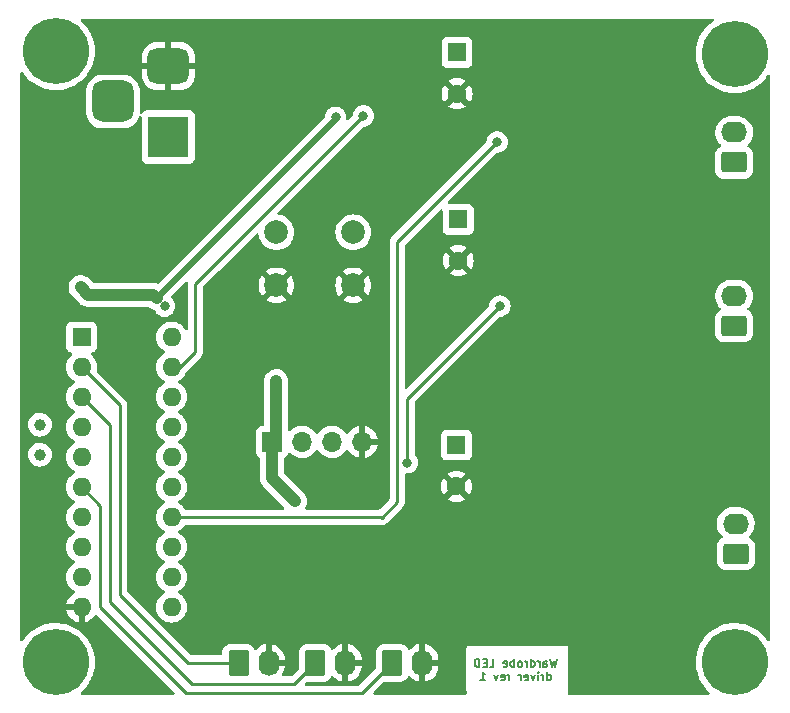
<source format=gbl>
G04 #@! TF.GenerationSoftware,KiCad,Pcbnew,(6.0.2)*
G04 #@! TF.CreationDate,2022-04-11T20:39:16+02:00*
G04 #@! TF.ProjectId,szafa_led_driver,737a6166-615f-46c6-9564-5f6472697665,rev?*
G04 #@! TF.SameCoordinates,Original*
G04 #@! TF.FileFunction,Copper,L2,Bot*
G04 #@! TF.FilePolarity,Positive*
%FSLAX46Y46*%
G04 Gerber Fmt 4.6, Leading zero omitted, Abs format (unit mm)*
G04 Created by KiCad (PCBNEW (6.0.2)) date 2022-04-11 20:39:16*
%MOMM*%
%LPD*%
G01*
G04 APERTURE LIST*
G04 Aperture macros list*
%AMRoundRect*
0 Rectangle with rounded corners*
0 $1 Rounding radius*
0 $2 $3 $4 $5 $6 $7 $8 $9 X,Y pos of 4 corners*
0 Add a 4 corners polygon primitive as box body*
4,1,4,$2,$3,$4,$5,$6,$7,$8,$9,$2,$3,0*
0 Add four circle primitives for the rounded corners*
1,1,$1+$1,$2,$3*
1,1,$1+$1,$4,$5*
1,1,$1+$1,$6,$7*
1,1,$1+$1,$8,$9*
0 Add four rect primitives between the rounded corners*
20,1,$1+$1,$2,$3,$4,$5,0*
20,1,$1+$1,$4,$5,$6,$7,0*
20,1,$1+$1,$6,$7,$8,$9,0*
20,1,$1+$1,$8,$9,$2,$3,0*%
G04 Aperture macros list end*
%ADD10C,0.175000*%
G04 #@! TA.AperFunction,NonConductor*
%ADD11C,0.175000*%
G04 #@! TD*
G04 #@! TA.AperFunction,ComponentPad*
%ADD12C,5.600000*%
G04 #@! TD*
G04 #@! TA.AperFunction,ComponentPad*
%ADD13R,1.600000X1.600000*%
G04 #@! TD*
G04 #@! TA.AperFunction,ComponentPad*
%ADD14C,1.600000*%
G04 #@! TD*
G04 #@! TA.AperFunction,ComponentPad*
%ADD15RoundRect,0.250000X0.845000X-0.620000X0.845000X0.620000X-0.845000X0.620000X-0.845000X-0.620000X0*%
G04 #@! TD*
G04 #@! TA.AperFunction,ComponentPad*
%ADD16O,2.190000X1.740000*%
G04 #@! TD*
G04 #@! TA.AperFunction,ComponentPad*
%ADD17R,1.700000X1.700000*%
G04 #@! TD*
G04 #@! TA.AperFunction,ComponentPad*
%ADD18O,1.700000X1.700000*%
G04 #@! TD*
G04 #@! TA.AperFunction,ComponentPad*
%ADD19O,1.600000X1.600000*%
G04 #@! TD*
G04 #@! TA.AperFunction,ComponentPad*
%ADD20RoundRect,0.250000X-0.620000X-0.845000X0.620000X-0.845000X0.620000X0.845000X-0.620000X0.845000X0*%
G04 #@! TD*
G04 #@! TA.AperFunction,ComponentPad*
%ADD21O,1.740000X2.190000*%
G04 #@! TD*
G04 #@! TA.AperFunction,ComponentPad*
%ADD22C,2.000000*%
G04 #@! TD*
G04 #@! TA.AperFunction,ComponentPad*
%ADD23R,3.500000X3.500000*%
G04 #@! TD*
G04 #@! TA.AperFunction,ComponentPad*
%ADD24RoundRect,0.750000X-1.000000X0.750000X-1.000000X-0.750000X1.000000X-0.750000X1.000000X0.750000X0*%
G04 #@! TD*
G04 #@! TA.AperFunction,ComponentPad*
%ADD25RoundRect,0.875000X-0.875000X0.875000X-0.875000X-0.875000X0.875000X-0.875000X0.875000X0.875000X0*%
G04 #@! TD*
G04 #@! TA.AperFunction,ComponentPad*
%ADD26C,1.000000*%
G04 #@! TD*
G04 #@! TA.AperFunction,ViaPad*
%ADD27C,0.800000*%
G04 #@! TD*
G04 #@! TA.AperFunction,Conductor*
%ADD28C,0.500000*%
G04 #@! TD*
G04 #@! TA.AperFunction,Conductor*
%ADD29C,1.000000*%
G04 #@! TD*
G04 #@! TA.AperFunction,Conductor*
%ADD30C,0.254000*%
G04 #@! TD*
G04 APERTURE END LIST*
D10*
D11*
X115216666Y-104703166D02*
X115050000Y-105403166D01*
X114916666Y-104903166D01*
X114783333Y-105403166D01*
X114616666Y-104703166D01*
X114050000Y-105403166D02*
X114050000Y-105036500D01*
X114083333Y-104969833D01*
X114150000Y-104936500D01*
X114283333Y-104936500D01*
X114350000Y-104969833D01*
X114050000Y-105369833D02*
X114116666Y-105403166D01*
X114283333Y-105403166D01*
X114350000Y-105369833D01*
X114383333Y-105303166D01*
X114383333Y-105236500D01*
X114350000Y-105169833D01*
X114283333Y-105136500D01*
X114116666Y-105136500D01*
X114050000Y-105103166D01*
X113716666Y-105403166D02*
X113716666Y-104936500D01*
X113716666Y-105069833D02*
X113683333Y-105003166D01*
X113650000Y-104969833D01*
X113583333Y-104936500D01*
X113516666Y-104936500D01*
X112983333Y-105403166D02*
X112983333Y-104703166D01*
X112983333Y-105369833D02*
X113050000Y-105403166D01*
X113183333Y-105403166D01*
X113250000Y-105369833D01*
X113283333Y-105336500D01*
X113316666Y-105269833D01*
X113316666Y-105069833D01*
X113283333Y-105003166D01*
X113250000Y-104969833D01*
X113183333Y-104936500D01*
X113050000Y-104936500D01*
X112983333Y-104969833D01*
X112650000Y-105403166D02*
X112650000Y-104936500D01*
X112650000Y-105069833D02*
X112616666Y-105003166D01*
X112583333Y-104969833D01*
X112516666Y-104936500D01*
X112450000Y-104936500D01*
X112116666Y-105403166D02*
X112183333Y-105369833D01*
X112216666Y-105336500D01*
X112250000Y-105269833D01*
X112250000Y-105069833D01*
X112216666Y-105003166D01*
X112183333Y-104969833D01*
X112116666Y-104936500D01*
X112016666Y-104936500D01*
X111950000Y-104969833D01*
X111916666Y-105003166D01*
X111883333Y-105069833D01*
X111883333Y-105269833D01*
X111916666Y-105336500D01*
X111950000Y-105369833D01*
X112016666Y-105403166D01*
X112116666Y-105403166D01*
X111583333Y-105403166D02*
X111583333Y-104703166D01*
X111583333Y-104969833D02*
X111516666Y-104936500D01*
X111383333Y-104936500D01*
X111316666Y-104969833D01*
X111283333Y-105003166D01*
X111250000Y-105069833D01*
X111250000Y-105269833D01*
X111283333Y-105336500D01*
X111316666Y-105369833D01*
X111383333Y-105403166D01*
X111516666Y-105403166D01*
X111583333Y-105369833D01*
X110683333Y-105369833D02*
X110750000Y-105403166D01*
X110883333Y-105403166D01*
X110950000Y-105369833D01*
X110983333Y-105303166D01*
X110983333Y-105036500D01*
X110950000Y-104969833D01*
X110883333Y-104936500D01*
X110750000Y-104936500D01*
X110683333Y-104969833D01*
X110650000Y-105036500D01*
X110650000Y-105103166D01*
X110983333Y-105169833D01*
X109483333Y-105403166D02*
X109816666Y-105403166D01*
X109816666Y-104703166D01*
X109250000Y-105036500D02*
X109016666Y-105036500D01*
X108916666Y-105403166D02*
X109250000Y-105403166D01*
X109250000Y-104703166D01*
X108916666Y-104703166D01*
X108616666Y-105403166D02*
X108616666Y-104703166D01*
X108450000Y-104703166D01*
X108350000Y-104736500D01*
X108283333Y-104803166D01*
X108250000Y-104869833D01*
X108216666Y-105003166D01*
X108216666Y-105103166D01*
X108250000Y-105236500D01*
X108283333Y-105303166D01*
X108350000Y-105369833D01*
X108450000Y-105403166D01*
X108616666Y-105403166D01*
X114366666Y-106530166D02*
X114366666Y-105830166D01*
X114366666Y-106496833D02*
X114433333Y-106530166D01*
X114566666Y-106530166D01*
X114633333Y-106496833D01*
X114666666Y-106463500D01*
X114700000Y-106396833D01*
X114700000Y-106196833D01*
X114666666Y-106130166D01*
X114633333Y-106096833D01*
X114566666Y-106063500D01*
X114433333Y-106063500D01*
X114366666Y-106096833D01*
X114033333Y-106530166D02*
X114033333Y-106063500D01*
X114033333Y-106196833D02*
X114000000Y-106130166D01*
X113966666Y-106096833D01*
X113900000Y-106063500D01*
X113833333Y-106063500D01*
X113600000Y-106530166D02*
X113600000Y-106063500D01*
X113600000Y-105830166D02*
X113633333Y-105863500D01*
X113600000Y-105896833D01*
X113566666Y-105863500D01*
X113600000Y-105830166D01*
X113600000Y-105896833D01*
X113333333Y-106063500D02*
X113166666Y-106530166D01*
X113000000Y-106063500D01*
X112466666Y-106496833D02*
X112533333Y-106530166D01*
X112666666Y-106530166D01*
X112733333Y-106496833D01*
X112766666Y-106430166D01*
X112766666Y-106163500D01*
X112733333Y-106096833D01*
X112666666Y-106063500D01*
X112533333Y-106063500D01*
X112466666Y-106096833D01*
X112433333Y-106163500D01*
X112433333Y-106230166D01*
X112766666Y-106296833D01*
X112133333Y-106530166D02*
X112133333Y-106063500D01*
X112133333Y-106196833D02*
X112100000Y-106130166D01*
X112066666Y-106096833D01*
X112000000Y-106063500D01*
X111933333Y-106063500D01*
X111166666Y-106530166D02*
X111166666Y-106063500D01*
X111166666Y-106196833D02*
X111133333Y-106130166D01*
X111100000Y-106096833D01*
X111033333Y-106063500D01*
X110966666Y-106063500D01*
X110466666Y-106496833D02*
X110533333Y-106530166D01*
X110666666Y-106530166D01*
X110733333Y-106496833D01*
X110766666Y-106430166D01*
X110766666Y-106163500D01*
X110733333Y-106096833D01*
X110666666Y-106063500D01*
X110533333Y-106063500D01*
X110466666Y-106096833D01*
X110433333Y-106163500D01*
X110433333Y-106230166D01*
X110766666Y-106296833D01*
X110200000Y-106063500D02*
X110033333Y-106530166D01*
X109866666Y-106063500D01*
X108700000Y-106530166D02*
X109100000Y-106530166D01*
X108900000Y-106530166D02*
X108900000Y-105830166D01*
X108966666Y-105930166D01*
X109033333Y-105996833D01*
X109100000Y-106030166D01*
D12*
X130250000Y-53500000D03*
D13*
X106680000Y-86614000D03*
D14*
X106680000Y-90114000D03*
D15*
X130327400Y-95808800D03*
D16*
X130327400Y-93268800D03*
D13*
X106832400Y-67513200D03*
D14*
X106832400Y-71013200D03*
D17*
X91059000Y-86360000D03*
D18*
X93599000Y-86360000D03*
X96139000Y-86360000D03*
X98679000Y-86360000D03*
D13*
X74940000Y-77475000D03*
D19*
X74940000Y-80015000D03*
X74940000Y-82555000D03*
X74940000Y-85095000D03*
X74940000Y-87635000D03*
X74940000Y-90175000D03*
X74940000Y-92715000D03*
X74940000Y-95255000D03*
X74940000Y-97795000D03*
X74940000Y-100335000D03*
X82560000Y-100335000D03*
X82560000Y-97795000D03*
X82560000Y-95255000D03*
X82560000Y-92715000D03*
X82560000Y-90175000D03*
X82560000Y-87635000D03*
X82560000Y-85095000D03*
X82560000Y-82555000D03*
X82560000Y-80015000D03*
X82560000Y-77475000D03*
D15*
X130200400Y-62687200D03*
D16*
X130200400Y-60147200D03*
D15*
X130195000Y-76530200D03*
D16*
X130195000Y-73990200D03*
D12*
X72750000Y-53250000D03*
D20*
X88239600Y-105054400D03*
D21*
X90779600Y-105054400D03*
D20*
X101244400Y-105054400D03*
D21*
X103784400Y-105054400D03*
D20*
X94742000Y-105054400D03*
D21*
X97282000Y-105054400D03*
D12*
X72750000Y-105000000D03*
D13*
X106730800Y-53363749D03*
D14*
X106730800Y-56863749D03*
D22*
X91442400Y-73101200D03*
X97942400Y-73101200D03*
X97942400Y-68601200D03*
X91442400Y-68601200D03*
D23*
X82297000Y-60531000D03*
D24*
X82297000Y-54531000D03*
D25*
X77597000Y-57531000D03*
D12*
X130250000Y-105000000D03*
D26*
X71417000Y-87426800D03*
X71417000Y-84886800D03*
D27*
X112050000Y-95400000D03*
X108800000Y-96350000D03*
X112650000Y-76500000D03*
X80750000Y-66750000D03*
X114088500Y-63161500D03*
X114450000Y-81300000D03*
X114904700Y-77795300D03*
X112650000Y-79700000D03*
X89500000Y-53500000D03*
X79250000Y-66750000D03*
X114187400Y-76962600D03*
X107700000Y-96350000D03*
X113831800Y-62268200D03*
X82250000Y-66750000D03*
X77750000Y-70500000D03*
X70500000Y-89000000D03*
X89500000Y-52500000D03*
X114500000Y-79700000D03*
X107700000Y-95350000D03*
X111000000Y-78000000D03*
X80750000Y-69250000D03*
X112600000Y-81250000D03*
X92250000Y-51000000D03*
X82250000Y-70500000D03*
X70500000Y-81500000D03*
X114713500Y-63786500D03*
X80750000Y-68000000D03*
X77750000Y-68000000D03*
X114390600Y-96309400D03*
X115079300Y-97070700D03*
X77750000Y-66750000D03*
X108800000Y-95400000D03*
X114187400Y-76062600D03*
X114390600Y-95209400D03*
X80750000Y-70500000D03*
X113200000Y-95400000D03*
X79250000Y-69250000D03*
X87500000Y-81000000D03*
X112900000Y-62250000D03*
X109900000Y-96400000D03*
X113200000Y-96450000D03*
X110900000Y-81250000D03*
X111000000Y-76500000D03*
X89500000Y-51500000D03*
X110950000Y-79650000D03*
X82250000Y-68000000D03*
X112100000Y-96450000D03*
X82250000Y-69250000D03*
X112650000Y-78050000D03*
X79250000Y-70500000D03*
X109850000Y-95400000D03*
X77750000Y-69250000D03*
X79250000Y-68000000D03*
X111000000Y-95400000D03*
X111000000Y-96400000D03*
X91414600Y-81203800D03*
X81965800Y-74853800D03*
X75488800Y-73888600D03*
X96443800Y-58877200D03*
X93014800Y-91363800D03*
X74853800Y-73253600D03*
X81292700Y-74180700D03*
X98806000Y-58750200D03*
X110134400Y-60960000D03*
X102514400Y-88112600D03*
X110363000Y-74853800D03*
D28*
X81292700Y-74180700D02*
X96443800Y-59029600D01*
D29*
X91414600Y-86004400D02*
X91059000Y-86360000D01*
X91059000Y-86360000D02*
X91059000Y-89408000D01*
X91059000Y-89408000D02*
X93014800Y-91363800D01*
D28*
X96443800Y-59029600D02*
X96443800Y-58877200D01*
D29*
X81292700Y-74180700D02*
X81000600Y-73888600D01*
X91414600Y-81203800D02*
X91414600Y-86004400D01*
X74853800Y-73253600D02*
X75488800Y-73888600D01*
X81000600Y-73888600D02*
X75488800Y-73888600D01*
D30*
X98806000Y-58750200D02*
X84582000Y-72974200D01*
X83281600Y-80015000D02*
X82560000Y-80015000D01*
X84582000Y-72974200D02*
X84582000Y-78714600D01*
X84582000Y-78714600D02*
X83281600Y-80015000D01*
X78181200Y-99288600D02*
X78181200Y-83256200D01*
X83947000Y-105054400D02*
X78181200Y-99288600D01*
X78181200Y-83256200D02*
X74940000Y-80015000D01*
X88239600Y-105054400D02*
X83947000Y-105054400D01*
X77343000Y-99923600D02*
X77343000Y-84958000D01*
X77343000Y-84958000D02*
X74940000Y-82555000D01*
X94742000Y-105054400D02*
X92964000Y-106832400D01*
X92964000Y-106832400D02*
X84251800Y-106832400D01*
X84251800Y-106832400D02*
X77343000Y-99923600D01*
X98653600Y-107645200D02*
X83820000Y-107645200D01*
X76504800Y-91739800D02*
X74940000Y-90175000D01*
X101244400Y-105054400D02*
X98653600Y-107645200D01*
X76504800Y-100330000D02*
X76504800Y-91739800D01*
X83820000Y-107645200D02*
X76504800Y-100330000D01*
X100355400Y-92760800D02*
X100309600Y-92715000D01*
X101650800Y-91465400D02*
X100355400Y-92760800D01*
X100309600Y-92715000D02*
X82560000Y-92715000D01*
X110134400Y-60960000D02*
X101650800Y-69443600D01*
X101650800Y-69443600D02*
X101650800Y-91465400D01*
X110363000Y-74853800D02*
X102514400Y-82702400D01*
X102514400Y-82702400D02*
X102514400Y-88112600D01*
G04 #@! TA.AperFunction,Conductor*
G36*
X128418963Y-50528002D02*
G01*
X128465456Y-50581658D01*
X128475560Y-50651932D01*
X128446066Y-50716512D01*
X128415550Y-50742115D01*
X128397193Y-50753101D01*
X128394467Y-50755163D01*
X128394465Y-50755164D01*
X128367906Y-50775251D01*
X128111367Y-50969270D01*
X127850559Y-51215043D01*
X127848347Y-51217633D01*
X127848345Y-51217635D01*
X127825706Y-51244142D01*
X127617819Y-51487546D01*
X127615900Y-51490358D01*
X127615897Y-51490363D01*
X127586409Y-51533591D01*
X127415871Y-51783591D01*
X127247077Y-52099714D01*
X127113411Y-52432218D01*
X127112491Y-52435492D01*
X127112489Y-52435497D01*
X127041782Y-52687046D01*
X127016437Y-52777213D01*
X127015875Y-52780570D01*
X127015875Y-52780571D01*
X126983272Y-52975403D01*
X126957290Y-53130663D01*
X126936661Y-53488434D01*
X126954792Y-53846340D01*
X126955329Y-53849695D01*
X126955330Y-53849701D01*
X126994582Y-54094757D01*
X127011470Y-54200195D01*
X127106033Y-54545859D01*
X127237374Y-54879288D01*
X127403957Y-55196582D01*
X127405858Y-55199411D01*
X127405864Y-55199421D01*
X127543205Y-55403804D01*
X127603834Y-55494029D01*
X127834665Y-55768150D01*
X128093751Y-56015738D01*
X128378061Y-56233897D01*
X128409804Y-56253197D01*
X128681355Y-56418303D01*
X128681360Y-56418306D01*
X128684270Y-56420075D01*
X128687358Y-56421521D01*
X128687357Y-56421521D01*
X128980957Y-56559053D01*
X129008794Y-56572093D01*
X129012012Y-56573195D01*
X129012015Y-56573196D01*
X129344615Y-56687071D01*
X129344623Y-56687073D01*
X129347838Y-56688174D01*
X129697435Y-56766959D01*
X129749728Y-56772917D01*
X130050114Y-56807142D01*
X130050122Y-56807142D01*
X130053497Y-56807527D01*
X130056901Y-56807545D01*
X130056904Y-56807545D01*
X130251227Y-56808562D01*
X130411857Y-56809403D01*
X130415243Y-56809053D01*
X130415245Y-56809053D01*
X130764932Y-56772917D01*
X130764941Y-56772916D01*
X130768324Y-56772566D01*
X130771657Y-56771852D01*
X130771660Y-56771851D01*
X130944186Y-56734864D01*
X131118727Y-56697446D01*
X131458968Y-56584922D01*
X131785066Y-56436311D01*
X131954022Y-56335992D01*
X132090262Y-56255099D01*
X132090267Y-56255096D01*
X132093207Y-56253350D01*
X132102965Y-56246024D01*
X132206479Y-56168303D01*
X132379786Y-56038180D01*
X132641451Y-55793319D01*
X132875140Y-55521630D01*
X133012161Y-55322263D01*
X133067228Y-55277453D01*
X133137781Y-55269528D01*
X133201419Y-55301005D01*
X133237936Y-55361889D01*
X133242000Y-55393631D01*
X133242000Y-103107000D01*
X133221998Y-103175121D01*
X133168342Y-103221614D01*
X133098068Y-103231718D01*
X133033488Y-103202224D01*
X133011664Y-103177640D01*
X132891102Y-102999570D01*
X132889190Y-102996746D01*
X132657403Y-102723432D01*
X132397454Y-102476750D01*
X132112384Y-102259585D01*
X132109472Y-102257828D01*
X132109467Y-102257825D01*
X131808443Y-102076236D01*
X131808437Y-102076233D01*
X131805528Y-102074478D01*
X131480475Y-101923593D01*
X131310751Y-101866145D01*
X131144255Y-101809789D01*
X131144250Y-101809788D01*
X131141028Y-101808697D01*
X130942681Y-101764724D01*
X130794493Y-101731871D01*
X130794487Y-101731870D01*
X130791158Y-101731132D01*
X130787769Y-101730758D01*
X130787764Y-101730757D01*
X130438338Y-101692180D01*
X130438333Y-101692180D01*
X130434957Y-101691807D01*
X130431558Y-101691801D01*
X130431557Y-101691801D01*
X130262080Y-101691505D01*
X130076592Y-101691182D01*
X129963413Y-101703277D01*
X129723639Y-101728901D01*
X129723631Y-101728902D01*
X129720256Y-101729263D01*
X129370117Y-101805606D01*
X129030271Y-101919317D01*
X129027178Y-101920739D01*
X129027177Y-101920740D01*
X129020974Y-101923593D01*
X128704694Y-102069066D01*
X128397193Y-102253101D01*
X128394467Y-102255163D01*
X128394465Y-102255164D01*
X128388620Y-102259585D01*
X128111367Y-102469270D01*
X127850559Y-102715043D01*
X127617819Y-102987546D01*
X127615900Y-102990358D01*
X127615897Y-102990363D01*
X127536523Y-103106721D01*
X127415871Y-103283591D01*
X127247077Y-103599714D01*
X127113411Y-103932218D01*
X127112491Y-103935492D01*
X127112489Y-103935497D01*
X127051526Y-104152382D01*
X127016437Y-104277213D01*
X126957290Y-104630663D01*
X126936661Y-104988434D01*
X126954792Y-105346340D01*
X126955329Y-105349695D01*
X126955330Y-105349701D01*
X126990788Y-105571072D01*
X127011470Y-105700195D01*
X127106033Y-106045859D01*
X127237374Y-106379288D01*
X127258000Y-106418575D01*
X127383649Y-106657900D01*
X127403957Y-106696582D01*
X127405858Y-106699411D01*
X127405864Y-106699421D01*
X127536369Y-106893631D01*
X127603834Y-106994029D01*
X127834665Y-107268150D01*
X128093751Y-107515738D01*
X128096457Y-107517814D01*
X128099042Y-107520030D01*
X128097970Y-107521281D01*
X128136008Y-107573371D01*
X128140232Y-107644242D01*
X128105471Y-107706146D01*
X128042759Y-107739429D01*
X128017438Y-107742000D01*
X116226000Y-107742000D01*
X116157879Y-107721998D01*
X116111386Y-107668342D01*
X116100000Y-107616000D01*
X116100000Y-103650000D01*
X107550000Y-103650000D01*
X107550000Y-103776493D01*
X107529998Y-103844614D01*
X107513437Y-103858964D01*
X107514938Y-103860264D01*
X107494587Y-103883750D01*
X107487834Y-103883750D01*
X107487834Y-107416250D01*
X107495628Y-107416250D01*
X107506512Y-107425681D01*
X107544896Y-107485407D01*
X107550000Y-107520906D01*
X107550000Y-107616000D01*
X107529998Y-107684121D01*
X107476342Y-107730614D01*
X107424000Y-107742000D01*
X99759722Y-107742000D01*
X99691601Y-107721998D01*
X99645108Y-107668342D01*
X99635004Y-107598068D01*
X99664498Y-107533488D01*
X99670627Y-107526905D01*
X100502727Y-106694805D01*
X100565039Y-106660779D01*
X100591822Y-106657900D01*
X101914800Y-106657900D01*
X101918046Y-106657563D01*
X101918050Y-106657563D01*
X102013708Y-106647638D01*
X102013712Y-106647637D01*
X102020566Y-106646926D01*
X102027102Y-106644745D01*
X102027104Y-106644745D01*
X102181398Y-106593268D01*
X102188346Y-106590950D01*
X102338748Y-106497878D01*
X102463705Y-106372703D01*
X102541149Y-106247067D01*
X102556515Y-106222138D01*
X102558532Y-106223382D01*
X102597937Y-106178625D01*
X102666213Y-106159161D01*
X102734174Y-106179700D01*
X102756389Y-106198185D01*
X102864324Y-106311330D01*
X102872292Y-106318379D01*
X103051352Y-106451603D01*
X103060382Y-106457202D01*
X103259331Y-106558353D01*
X103269192Y-106562356D01*
X103482329Y-106628538D01*
X103492709Y-106630820D01*
X103512443Y-106633436D01*
X103526607Y-106631240D01*
X103530400Y-106618055D01*
X103530400Y-106616027D01*
X104038400Y-106616027D01*
X104042373Y-106629558D01*
X104052980Y-106631083D01*
X104176588Y-106605148D01*
X104186784Y-106602088D01*
X104394352Y-106520116D01*
X104403889Y-106515382D01*
X104594685Y-106399604D01*
X104603278Y-106393338D01*
X104771841Y-106247067D01*
X104779261Y-106239436D01*
X104920768Y-106066858D01*
X104926793Y-106058091D01*
X105037197Y-105864138D01*
X105041662Y-105854474D01*
X105117810Y-105644689D01*
X105120581Y-105634421D01*
X105160506Y-105413634D01*
X105161439Y-105405405D01*
X105162330Y-105386526D01*
X105162400Y-105383551D01*
X105162400Y-105326515D01*
X105157925Y-105311276D01*
X105156535Y-105310071D01*
X105148852Y-105308400D01*
X104056515Y-105308400D01*
X104041276Y-105312875D01*
X104040071Y-105314265D01*
X104038400Y-105321948D01*
X104038400Y-106616027D01*
X103530400Y-106616027D01*
X103530400Y-104782285D01*
X104038400Y-104782285D01*
X104042875Y-104797524D01*
X104044265Y-104798729D01*
X104051948Y-104800400D01*
X105144285Y-104800400D01*
X105159524Y-104795925D01*
X105160729Y-104794535D01*
X105162400Y-104786852D01*
X105162400Y-104773346D01*
X105162175Y-104768037D01*
X105148061Y-104601693D01*
X105146271Y-104591221D01*
X105090202Y-104375198D01*
X105086666Y-104365158D01*
X104995001Y-104161668D01*
X104989832Y-104152382D01*
X104865190Y-103967245D01*
X104858529Y-103958959D01*
X104704476Y-103797470D01*
X104696508Y-103790421D01*
X104517448Y-103657197D01*
X104508418Y-103651598D01*
X104309469Y-103550447D01*
X104299608Y-103546444D01*
X104086471Y-103480262D01*
X104076091Y-103477980D01*
X104056357Y-103475364D01*
X104042193Y-103477560D01*
X104038400Y-103490745D01*
X104038400Y-104782285D01*
X103530400Y-104782285D01*
X103530400Y-103492773D01*
X103526427Y-103479242D01*
X103515820Y-103477717D01*
X103392212Y-103503652D01*
X103382016Y-103506712D01*
X103174448Y-103588684D01*
X103164911Y-103593418D01*
X102974115Y-103709196D01*
X102965522Y-103715462D01*
X102796959Y-103861733D01*
X102789538Y-103869365D01*
X102762227Y-103902672D01*
X102703567Y-103942666D01*
X102632597Y-103944597D01*
X102571849Y-103907852D01*
X102556596Y-103885054D01*
X102555950Y-103885454D01*
X102466732Y-103741280D01*
X102462878Y-103735052D01*
X102337703Y-103610095D01*
X102287675Y-103579257D01*
X102193368Y-103521125D01*
X102193366Y-103521124D01*
X102187138Y-103517285D01*
X102107122Y-103490745D01*
X102025789Y-103463768D01*
X102025787Y-103463768D01*
X102019261Y-103461603D01*
X102012425Y-103460903D01*
X102012422Y-103460902D01*
X101969369Y-103456491D01*
X101914800Y-103450900D01*
X100574000Y-103450900D01*
X100570754Y-103451237D01*
X100570750Y-103451237D01*
X100475092Y-103461162D01*
X100475088Y-103461163D01*
X100468234Y-103461874D01*
X100461698Y-103464055D01*
X100461696Y-103464055D01*
X100343010Y-103503652D01*
X100300454Y-103517850D01*
X100150052Y-103610922D01*
X100025095Y-103736097D01*
X100021255Y-103742327D01*
X100021254Y-103742328D01*
X99947652Y-103861733D01*
X99932285Y-103886662D01*
X99876603Y-104054539D01*
X99865900Y-104159000D01*
X99865900Y-105481977D01*
X99845898Y-105550098D01*
X99828995Y-105571072D01*
X98427272Y-106972795D01*
X98364960Y-107006821D01*
X98338177Y-107009700D01*
X93989622Y-107009700D01*
X93921501Y-106989698D01*
X93875008Y-106936042D01*
X93864904Y-106865768D01*
X93894398Y-106801188D01*
X93900527Y-106794605D01*
X94000327Y-106694805D01*
X94062639Y-106660779D01*
X94089422Y-106657900D01*
X95412400Y-106657900D01*
X95415646Y-106657563D01*
X95415650Y-106657563D01*
X95511308Y-106647638D01*
X95511312Y-106647637D01*
X95518166Y-106646926D01*
X95524702Y-106644745D01*
X95524704Y-106644745D01*
X95678998Y-106593268D01*
X95685946Y-106590950D01*
X95836348Y-106497878D01*
X95961305Y-106372703D01*
X96038749Y-106247067D01*
X96054115Y-106222138D01*
X96056132Y-106223382D01*
X96095537Y-106178625D01*
X96163813Y-106159161D01*
X96231774Y-106179700D01*
X96253989Y-106198185D01*
X96361924Y-106311330D01*
X96369892Y-106318379D01*
X96548952Y-106451603D01*
X96557982Y-106457202D01*
X96756931Y-106558353D01*
X96766792Y-106562356D01*
X96979929Y-106628538D01*
X96990309Y-106630820D01*
X97010043Y-106633436D01*
X97024207Y-106631240D01*
X97028000Y-106618055D01*
X97028000Y-106616027D01*
X97536000Y-106616027D01*
X97539973Y-106629558D01*
X97550580Y-106631083D01*
X97674188Y-106605148D01*
X97684384Y-106602088D01*
X97891952Y-106520116D01*
X97901489Y-106515382D01*
X98092285Y-106399604D01*
X98100878Y-106393338D01*
X98269441Y-106247067D01*
X98276861Y-106239436D01*
X98418368Y-106066858D01*
X98424393Y-106058091D01*
X98534797Y-105864138D01*
X98539262Y-105854474D01*
X98615410Y-105644689D01*
X98618181Y-105634421D01*
X98658106Y-105413634D01*
X98659039Y-105405405D01*
X98659930Y-105386526D01*
X98660000Y-105383551D01*
X98660000Y-105326515D01*
X98655525Y-105311276D01*
X98654135Y-105310071D01*
X98646452Y-105308400D01*
X97554115Y-105308400D01*
X97538876Y-105312875D01*
X97537671Y-105314265D01*
X97536000Y-105321948D01*
X97536000Y-106616027D01*
X97028000Y-106616027D01*
X97028000Y-104782285D01*
X97536000Y-104782285D01*
X97540475Y-104797524D01*
X97541865Y-104798729D01*
X97549548Y-104800400D01*
X98641885Y-104800400D01*
X98657124Y-104795925D01*
X98658329Y-104794535D01*
X98660000Y-104786852D01*
X98660000Y-104773346D01*
X98659775Y-104768037D01*
X98645661Y-104601693D01*
X98643871Y-104591221D01*
X98587802Y-104375198D01*
X98584266Y-104365158D01*
X98492601Y-104161668D01*
X98487432Y-104152382D01*
X98362790Y-103967245D01*
X98356129Y-103958959D01*
X98202076Y-103797470D01*
X98194108Y-103790421D01*
X98015048Y-103657197D01*
X98006018Y-103651598D01*
X97807069Y-103550447D01*
X97797208Y-103546444D01*
X97584071Y-103480262D01*
X97573691Y-103477980D01*
X97553957Y-103475364D01*
X97539793Y-103477560D01*
X97536000Y-103490745D01*
X97536000Y-104782285D01*
X97028000Y-104782285D01*
X97028000Y-103492773D01*
X97024027Y-103479242D01*
X97013420Y-103477717D01*
X96889812Y-103503652D01*
X96879616Y-103506712D01*
X96672048Y-103588684D01*
X96662511Y-103593418D01*
X96471715Y-103709196D01*
X96463122Y-103715462D01*
X96294559Y-103861733D01*
X96287138Y-103869365D01*
X96259827Y-103902672D01*
X96201167Y-103942666D01*
X96130197Y-103944597D01*
X96069449Y-103907852D01*
X96054196Y-103885054D01*
X96053550Y-103885454D01*
X95964332Y-103741280D01*
X95960478Y-103735052D01*
X95835303Y-103610095D01*
X95785275Y-103579257D01*
X95690968Y-103521125D01*
X95690966Y-103521124D01*
X95684738Y-103517285D01*
X95604722Y-103490745D01*
X95523389Y-103463768D01*
X95523387Y-103463768D01*
X95516861Y-103461603D01*
X95510025Y-103460903D01*
X95510022Y-103460902D01*
X95466969Y-103456491D01*
X95412400Y-103450900D01*
X94071600Y-103450900D01*
X94068354Y-103451237D01*
X94068350Y-103451237D01*
X93972692Y-103461162D01*
X93972688Y-103461163D01*
X93965834Y-103461874D01*
X93959298Y-103464055D01*
X93959296Y-103464055D01*
X93840610Y-103503652D01*
X93798054Y-103517850D01*
X93647652Y-103610922D01*
X93522695Y-103736097D01*
X93518855Y-103742327D01*
X93518854Y-103742328D01*
X93445252Y-103861733D01*
X93429885Y-103886662D01*
X93374203Y-104054539D01*
X93363500Y-104159000D01*
X93363500Y-105481977D01*
X93343498Y-105550098D01*
X93326595Y-105571072D01*
X92737672Y-106159995D01*
X92675360Y-106194021D01*
X92648577Y-106196900D01*
X92059685Y-106196900D01*
X91991564Y-106176898D01*
X91945071Y-106123242D01*
X91934967Y-106052968D01*
X91950183Y-106008568D01*
X92032397Y-105864138D01*
X92036862Y-105854474D01*
X92113010Y-105644689D01*
X92115781Y-105634421D01*
X92155706Y-105413634D01*
X92156639Y-105405405D01*
X92157530Y-105386526D01*
X92157600Y-105383551D01*
X92157600Y-105326515D01*
X92153125Y-105311276D01*
X92151735Y-105310071D01*
X92144052Y-105308400D01*
X90651600Y-105308400D01*
X90583479Y-105288398D01*
X90536986Y-105234742D01*
X90525600Y-105182400D01*
X90525600Y-104782285D01*
X91033600Y-104782285D01*
X91038075Y-104797524D01*
X91039465Y-104798729D01*
X91047148Y-104800400D01*
X92139485Y-104800400D01*
X92154724Y-104795925D01*
X92155929Y-104794535D01*
X92157600Y-104786852D01*
X92157600Y-104773346D01*
X92157375Y-104768037D01*
X92143261Y-104601693D01*
X92141471Y-104591221D01*
X92085402Y-104375198D01*
X92081866Y-104365158D01*
X91990201Y-104161668D01*
X91985032Y-104152382D01*
X91860390Y-103967245D01*
X91853729Y-103958959D01*
X91699676Y-103797470D01*
X91691708Y-103790421D01*
X91512648Y-103657197D01*
X91503618Y-103651598D01*
X91304669Y-103550447D01*
X91294808Y-103546444D01*
X91081671Y-103480262D01*
X91071291Y-103477980D01*
X91051557Y-103475364D01*
X91037393Y-103477560D01*
X91033600Y-103490745D01*
X91033600Y-104782285D01*
X90525600Y-104782285D01*
X90525600Y-103492773D01*
X90521627Y-103479242D01*
X90511020Y-103477717D01*
X90387412Y-103503652D01*
X90377216Y-103506712D01*
X90169648Y-103588684D01*
X90160111Y-103593418D01*
X89969315Y-103709196D01*
X89960722Y-103715462D01*
X89792159Y-103861733D01*
X89784738Y-103869365D01*
X89757427Y-103902672D01*
X89698767Y-103942666D01*
X89627797Y-103944597D01*
X89567049Y-103907852D01*
X89551796Y-103885054D01*
X89551150Y-103885454D01*
X89461932Y-103741280D01*
X89458078Y-103735052D01*
X89332903Y-103610095D01*
X89282875Y-103579257D01*
X89188568Y-103521125D01*
X89188566Y-103521124D01*
X89182338Y-103517285D01*
X89102322Y-103490745D01*
X89020989Y-103463768D01*
X89020987Y-103463768D01*
X89014461Y-103461603D01*
X89007625Y-103460903D01*
X89007622Y-103460902D01*
X88964569Y-103456491D01*
X88910000Y-103450900D01*
X87569200Y-103450900D01*
X87565954Y-103451237D01*
X87565950Y-103451237D01*
X87470292Y-103461162D01*
X87470288Y-103461163D01*
X87463434Y-103461874D01*
X87456898Y-103464055D01*
X87456896Y-103464055D01*
X87338210Y-103503652D01*
X87295654Y-103517850D01*
X87145252Y-103610922D01*
X87020295Y-103736097D01*
X87016455Y-103742327D01*
X87016454Y-103742328D01*
X86942852Y-103861733D01*
X86927485Y-103886662D01*
X86871803Y-104054539D01*
X86861100Y-104159000D01*
X86861100Y-104292900D01*
X86841098Y-104361021D01*
X86787442Y-104407514D01*
X86735100Y-104418900D01*
X84262423Y-104418900D01*
X84194302Y-104398898D01*
X84173328Y-104381995D01*
X78853605Y-99062272D01*
X78819579Y-98999960D01*
X78816700Y-98973177D01*
X78816700Y-83335220D01*
X78817230Y-83323986D01*
X78818908Y-83316481D01*
X78816762Y-83248188D01*
X78816700Y-83244231D01*
X78816700Y-83216217D01*
X78816192Y-83212196D01*
X78815258Y-83200344D01*
X78814114Y-83163918D01*
X78814114Y-83163917D01*
X78813865Y-83155995D01*
X78808187Y-83136451D01*
X78804177Y-83117088D01*
X78802620Y-83104760D01*
X78802620Y-83104758D01*
X78801627Y-83096901D01*
X78798711Y-83089537D01*
X78798710Y-83089532D01*
X78785293Y-83055644D01*
X78781448Y-83044415D01*
X78771281Y-83009422D01*
X78769069Y-83001807D01*
X78765030Y-82994977D01*
X78758712Y-82984294D01*
X78750012Y-82966536D01*
X78745439Y-82954985D01*
X78745435Y-82954979D01*
X78742519Y-82947612D01*
X78716434Y-82911709D01*
X78709919Y-82901790D01*
X78691374Y-82870432D01*
X78691371Y-82870428D01*
X78687334Y-82863602D01*
X78672950Y-82849218D01*
X78660109Y-82834184D01*
X78652802Y-82824127D01*
X78648142Y-82817713D01*
X78613944Y-82789422D01*
X78605165Y-82781433D01*
X76249750Y-80426017D01*
X76215724Y-80363705D01*
X76217139Y-80304310D01*
X76232118Y-80248409D01*
X76232120Y-80248398D01*
X76233543Y-80243087D01*
X76253498Y-80015000D01*
X76233543Y-79786913D01*
X76174284Y-79565757D01*
X76171961Y-79560775D01*
X76079849Y-79363238D01*
X76079846Y-79363233D01*
X76077523Y-79358251D01*
X75972423Y-79208153D01*
X75949357Y-79175211D01*
X75949355Y-79175208D01*
X75946198Y-79170700D01*
X75784300Y-79008802D01*
X75779789Y-79005643D01*
X75775576Y-79002108D01*
X75776527Y-79000974D01*
X75736529Y-78950929D01*
X75729224Y-78880310D01*
X75761258Y-78816951D01*
X75822462Y-78780970D01*
X75839517Y-78777918D01*
X75850316Y-78776745D01*
X75986705Y-78725615D01*
X76103261Y-78638261D01*
X76190615Y-78521705D01*
X76241745Y-78385316D01*
X76248500Y-78323134D01*
X76248500Y-76626866D01*
X76241745Y-76564684D01*
X76190615Y-76428295D01*
X76103261Y-76311739D01*
X75986705Y-76224385D01*
X75850316Y-76173255D01*
X75788134Y-76166500D01*
X74091866Y-76166500D01*
X74029684Y-76173255D01*
X73893295Y-76224385D01*
X73776739Y-76311739D01*
X73689385Y-76428295D01*
X73638255Y-76564684D01*
X73631500Y-76626866D01*
X73631500Y-78323134D01*
X73638255Y-78385316D01*
X73689385Y-78521705D01*
X73776739Y-78638261D01*
X73893295Y-78725615D01*
X74029684Y-78776745D01*
X74040474Y-78777917D01*
X74042606Y-78778803D01*
X74045222Y-78779425D01*
X74045121Y-78779848D01*
X74106035Y-78805155D01*
X74146463Y-78863517D01*
X74148922Y-78934471D01*
X74112629Y-78995490D01*
X74103969Y-79002489D01*
X74100207Y-79005646D01*
X74095700Y-79008802D01*
X73933802Y-79170700D01*
X73930645Y-79175208D01*
X73930643Y-79175211D01*
X73907577Y-79208153D01*
X73802477Y-79358251D01*
X73800154Y-79363233D01*
X73800151Y-79363238D01*
X73708039Y-79560775D01*
X73705716Y-79565757D01*
X73646457Y-79786913D01*
X73626502Y-80015000D01*
X73646457Y-80243087D01*
X73647881Y-80248400D01*
X73647881Y-80248402D01*
X73653074Y-80267780D01*
X73705716Y-80464243D01*
X73708039Y-80469224D01*
X73708039Y-80469225D01*
X73800151Y-80666762D01*
X73800154Y-80666767D01*
X73802477Y-80671749D01*
X73805634Y-80676257D01*
X73900817Y-80812192D01*
X73933802Y-80859300D01*
X74095700Y-81021198D01*
X74100208Y-81024355D01*
X74100211Y-81024357D01*
X74178389Y-81079098D01*
X74283251Y-81152523D01*
X74288233Y-81154846D01*
X74288238Y-81154849D01*
X74322457Y-81170805D01*
X74375742Y-81217722D01*
X74395203Y-81285999D01*
X74374661Y-81353959D01*
X74322457Y-81399195D01*
X74288238Y-81415151D01*
X74288233Y-81415154D01*
X74283251Y-81417477D01*
X74178389Y-81490902D01*
X74100211Y-81545643D01*
X74100208Y-81545645D01*
X74095700Y-81548802D01*
X73933802Y-81710700D01*
X73930645Y-81715208D01*
X73930643Y-81715211D01*
X73915690Y-81736566D01*
X73802477Y-81898251D01*
X73800154Y-81903233D01*
X73800151Y-81903238D01*
X73740218Y-82031767D01*
X73705716Y-82105757D01*
X73646457Y-82326913D01*
X73626502Y-82555000D01*
X73646457Y-82783087D01*
X73647881Y-82788400D01*
X73647881Y-82788402D01*
X73700371Y-82984294D01*
X73705716Y-83004243D01*
X73708039Y-83009224D01*
X73708039Y-83009225D01*
X73800151Y-83206762D01*
X73800154Y-83206767D01*
X73802477Y-83211749D01*
X73827992Y-83248188D01*
X73888933Y-83335220D01*
X73933802Y-83399300D01*
X74095700Y-83561198D01*
X74100208Y-83564355D01*
X74100211Y-83564357D01*
X74110588Y-83571623D01*
X74283251Y-83692523D01*
X74288233Y-83694846D01*
X74288238Y-83694849D01*
X74322457Y-83710805D01*
X74375742Y-83757722D01*
X74395203Y-83825999D01*
X74374661Y-83893959D01*
X74322457Y-83939195D01*
X74288238Y-83955151D01*
X74288233Y-83955154D01*
X74283251Y-83957477D01*
X74185536Y-84025898D01*
X74100211Y-84085643D01*
X74100208Y-84085645D01*
X74095700Y-84088802D01*
X73933802Y-84250700D01*
X73930645Y-84255208D01*
X73930643Y-84255211D01*
X73892597Y-84309547D01*
X73802477Y-84438251D01*
X73800154Y-84443233D01*
X73800151Y-84443238D01*
X73708039Y-84640775D01*
X73705716Y-84645757D01*
X73704294Y-84651065D01*
X73704293Y-84651067D01*
X73693870Y-84689967D01*
X73646457Y-84866913D01*
X73626502Y-85095000D01*
X73646457Y-85323087D01*
X73647881Y-85328400D01*
X73647881Y-85328402D01*
X73702684Y-85532926D01*
X73705716Y-85544243D01*
X73708039Y-85549224D01*
X73708039Y-85549225D01*
X73800151Y-85746762D01*
X73800154Y-85746767D01*
X73802477Y-85751749D01*
X73844958Y-85812418D01*
X73924402Y-85925875D01*
X73933802Y-85939300D01*
X74095700Y-86101198D01*
X74100208Y-86104355D01*
X74100211Y-86104357D01*
X74147346Y-86137361D01*
X74283251Y-86232523D01*
X74288233Y-86234846D01*
X74288238Y-86234849D01*
X74322457Y-86250805D01*
X74375742Y-86297722D01*
X74395203Y-86365999D01*
X74374661Y-86433959D01*
X74322457Y-86479195D01*
X74288238Y-86495151D01*
X74288233Y-86495154D01*
X74283251Y-86497477D01*
X74178389Y-86570902D01*
X74100211Y-86625643D01*
X74100208Y-86625645D01*
X74095700Y-86628802D01*
X73933802Y-86790700D01*
X73802477Y-86978251D01*
X73800154Y-86983233D01*
X73800151Y-86983238D01*
X73708039Y-87180775D01*
X73705716Y-87185757D01*
X73704294Y-87191065D01*
X73704293Y-87191067D01*
X73665126Y-87337240D01*
X73646457Y-87406913D01*
X73626502Y-87635000D01*
X73646457Y-87863087D01*
X73647881Y-87868400D01*
X73647881Y-87868402D01*
X73687327Y-88015613D01*
X73705716Y-88084243D01*
X73708039Y-88089224D01*
X73708039Y-88089225D01*
X73800151Y-88286762D01*
X73800154Y-88286767D01*
X73802477Y-88291749D01*
X73844958Y-88352418D01*
X73895961Y-88425257D01*
X73933802Y-88479300D01*
X74095700Y-88641198D01*
X74100208Y-88644355D01*
X74100211Y-88644357D01*
X74178389Y-88699098D01*
X74283251Y-88772523D01*
X74288233Y-88774846D01*
X74288238Y-88774849D01*
X74322457Y-88790805D01*
X74375742Y-88837722D01*
X74395203Y-88905999D01*
X74374661Y-88973959D01*
X74322457Y-89019195D01*
X74288238Y-89035151D01*
X74288233Y-89035154D01*
X74283251Y-89037477D01*
X74224973Y-89078284D01*
X74100211Y-89165643D01*
X74100208Y-89165645D01*
X74095700Y-89168802D01*
X73933802Y-89330700D01*
X73930645Y-89335208D01*
X73930643Y-89335211D01*
X73913451Y-89359764D01*
X73802477Y-89518251D01*
X73800154Y-89523233D01*
X73800151Y-89523238D01*
X73708039Y-89720775D01*
X73705716Y-89725757D01*
X73704294Y-89731065D01*
X73704293Y-89731067D01*
X73665236Y-89876829D01*
X73646457Y-89946913D01*
X73626502Y-90175000D01*
X73646457Y-90403087D01*
X73647881Y-90408400D01*
X73647881Y-90408402D01*
X73668680Y-90486022D01*
X73705716Y-90624243D01*
X73708039Y-90629224D01*
X73708039Y-90629225D01*
X73800151Y-90826762D01*
X73800154Y-90826767D01*
X73802477Y-90831749D01*
X73933802Y-91019300D01*
X74095700Y-91181198D01*
X74100208Y-91184355D01*
X74100211Y-91184357D01*
X74178352Y-91239072D01*
X74283251Y-91312523D01*
X74288233Y-91314846D01*
X74288238Y-91314849D01*
X74322457Y-91330805D01*
X74375742Y-91377722D01*
X74395203Y-91445999D01*
X74374661Y-91513959D01*
X74322457Y-91559195D01*
X74288238Y-91575151D01*
X74288233Y-91575154D01*
X74283251Y-91577477D01*
X74267293Y-91588651D01*
X74100211Y-91705643D01*
X74100208Y-91705645D01*
X74095700Y-91708802D01*
X73933802Y-91870700D01*
X73930645Y-91875208D01*
X73930643Y-91875211D01*
X73894578Y-91926717D01*
X73802477Y-92058251D01*
X73800154Y-92063233D01*
X73800151Y-92063238D01*
X73708039Y-92260775D01*
X73705716Y-92265757D01*
X73704294Y-92271065D01*
X73704293Y-92271067D01*
X73682587Y-92352076D01*
X73646457Y-92486913D01*
X73626502Y-92715000D01*
X73646457Y-92943087D01*
X73647881Y-92948400D01*
X73647881Y-92948402D01*
X73688555Y-93100196D01*
X73705716Y-93164243D01*
X73708039Y-93169224D01*
X73708039Y-93169225D01*
X73800151Y-93366762D01*
X73800154Y-93366767D01*
X73802477Y-93371749D01*
X73933802Y-93559300D01*
X74095700Y-93721198D01*
X74100208Y-93724355D01*
X74100211Y-93724357D01*
X74176569Y-93777823D01*
X74283251Y-93852523D01*
X74288233Y-93854846D01*
X74288238Y-93854849D01*
X74322457Y-93870805D01*
X74375742Y-93917722D01*
X74395203Y-93985999D01*
X74374661Y-94053959D01*
X74322457Y-94099195D01*
X74288238Y-94115151D01*
X74288233Y-94115154D01*
X74283251Y-94117477D01*
X74192688Y-94180890D01*
X74100211Y-94245643D01*
X74100208Y-94245645D01*
X74095700Y-94248802D01*
X73933802Y-94410700D01*
X73930645Y-94415208D01*
X73930643Y-94415211D01*
X73912394Y-94441274D01*
X73802477Y-94598251D01*
X73800154Y-94603233D01*
X73800151Y-94603238D01*
X73744899Y-94721728D01*
X73705716Y-94805757D01*
X73704294Y-94811065D01*
X73704293Y-94811067D01*
X73689881Y-94864854D01*
X73646457Y-95026913D01*
X73626502Y-95255000D01*
X73646457Y-95483087D01*
X73705716Y-95704243D01*
X73708039Y-95709224D01*
X73708039Y-95709225D01*
X73800151Y-95906762D01*
X73800154Y-95906767D01*
X73802477Y-95911749D01*
X73933802Y-96099300D01*
X74095700Y-96261198D01*
X74100208Y-96264355D01*
X74100211Y-96264357D01*
X74176569Y-96317823D01*
X74283251Y-96392523D01*
X74288233Y-96394846D01*
X74288238Y-96394849D01*
X74322457Y-96410805D01*
X74375742Y-96457722D01*
X74395203Y-96525999D01*
X74374661Y-96593959D01*
X74322457Y-96639195D01*
X74288238Y-96655151D01*
X74288233Y-96655154D01*
X74283251Y-96657477D01*
X74192688Y-96720890D01*
X74100211Y-96785643D01*
X74100208Y-96785645D01*
X74095700Y-96788802D01*
X73933802Y-96950700D01*
X73802477Y-97138251D01*
X73800154Y-97143233D01*
X73800151Y-97143238D01*
X73784722Y-97176326D01*
X73705716Y-97345757D01*
X73646457Y-97566913D01*
X73626502Y-97795000D01*
X73646457Y-98023087D01*
X73705716Y-98244243D01*
X73708039Y-98249224D01*
X73708039Y-98249225D01*
X73800151Y-98446762D01*
X73800154Y-98446767D01*
X73802477Y-98451749D01*
X73933802Y-98639300D01*
X74095700Y-98801198D01*
X74100208Y-98804355D01*
X74100211Y-98804357D01*
X74176569Y-98857823D01*
X74283251Y-98932523D01*
X74288233Y-98934846D01*
X74288238Y-98934849D01*
X74323049Y-98951081D01*
X74376334Y-98997998D01*
X74395795Y-99066275D01*
X74375253Y-99134235D01*
X74323049Y-99179471D01*
X74288489Y-99195586D01*
X74278993Y-99201069D01*
X74100533Y-99326028D01*
X74092125Y-99333084D01*
X73938084Y-99487125D01*
X73931028Y-99495533D01*
X73806069Y-99673993D01*
X73800586Y-99683489D01*
X73708510Y-99880947D01*
X73704764Y-99891239D01*
X73658606Y-100063503D01*
X73658942Y-100077599D01*
X73666884Y-100081000D01*
X75068000Y-100081000D01*
X75136121Y-100101002D01*
X75182614Y-100154658D01*
X75194000Y-100207000D01*
X75194000Y-101602967D01*
X75197973Y-101616498D01*
X75206522Y-101617727D01*
X75383761Y-101570236D01*
X75394053Y-101566490D01*
X75591511Y-101474414D01*
X75601007Y-101468931D01*
X75779467Y-101343972D01*
X75787875Y-101336916D01*
X75941916Y-101182875D01*
X75948972Y-101174467D01*
X76069406Y-101002470D01*
X76124863Y-100958142D01*
X76195483Y-100950833D01*
X76261714Y-100985646D01*
X82802972Y-107526905D01*
X82836998Y-107589217D01*
X82831933Y-107660032D01*
X82789386Y-107716868D01*
X82722866Y-107741679D01*
X82713877Y-107742000D01*
X74981032Y-107742000D01*
X74912911Y-107721998D01*
X74866418Y-107668342D01*
X74856314Y-107598068D01*
X74885808Y-107533488D01*
X74894940Y-107523999D01*
X74898245Y-107520906D01*
X75141451Y-107293319D01*
X75375140Y-107021630D01*
X75511988Y-106822515D01*
X75576190Y-106729101D01*
X75576195Y-106729094D01*
X75578120Y-106726292D01*
X75579732Y-106723298D01*
X75579737Y-106723290D01*
X75746395Y-106413772D01*
X75748017Y-106410760D01*
X75845012Y-106171888D01*
X75881562Y-106081877D01*
X75881564Y-106081872D01*
X75882842Y-106078724D01*
X75893142Y-106042568D01*
X75946722Y-105854474D01*
X75981020Y-105734070D01*
X76041401Y-105380828D01*
X76043511Y-105346340D01*
X76063168Y-105024928D01*
X76063278Y-105023131D01*
X76063359Y-105000000D01*
X76043979Y-104642159D01*
X75986066Y-104288505D01*
X75890297Y-103943173D01*
X75887243Y-103935497D01*
X75759052Y-103613369D01*
X75757793Y-103610205D01*
X75710628Y-103521125D01*
X75591702Y-103296513D01*
X75591698Y-103296506D01*
X75590103Y-103293494D01*
X75389190Y-102996746D01*
X75157403Y-102723432D01*
X74897454Y-102476750D01*
X74612384Y-102259585D01*
X74609472Y-102257828D01*
X74609467Y-102257825D01*
X74308443Y-102076236D01*
X74308437Y-102076233D01*
X74305528Y-102074478D01*
X73980475Y-101923593D01*
X73810751Y-101866145D01*
X73644255Y-101809789D01*
X73644250Y-101809788D01*
X73641028Y-101808697D01*
X73442681Y-101764724D01*
X73294493Y-101731871D01*
X73294487Y-101731870D01*
X73291158Y-101731132D01*
X73287769Y-101730758D01*
X73287764Y-101730757D01*
X72938338Y-101692180D01*
X72938333Y-101692180D01*
X72934957Y-101691807D01*
X72931558Y-101691801D01*
X72931557Y-101691801D01*
X72762080Y-101691505D01*
X72576592Y-101691182D01*
X72463413Y-101703277D01*
X72223639Y-101728901D01*
X72223631Y-101728902D01*
X72220256Y-101729263D01*
X71870117Y-101805606D01*
X71530271Y-101919317D01*
X71527178Y-101920739D01*
X71527177Y-101920740D01*
X71520974Y-101923593D01*
X71204694Y-102069066D01*
X70897193Y-102253101D01*
X70894467Y-102255163D01*
X70894465Y-102255164D01*
X70888620Y-102259585D01*
X70611367Y-102469270D01*
X70350559Y-102715043D01*
X70117819Y-102987546D01*
X70115900Y-102990358D01*
X70115897Y-102990363D01*
X69988088Y-103177725D01*
X69933177Y-103222728D01*
X69862652Y-103230899D01*
X69798905Y-103199645D01*
X69762175Y-103138888D01*
X69758000Y-103106721D01*
X69758000Y-100601522D01*
X73657273Y-100601522D01*
X73704764Y-100778761D01*
X73708510Y-100789053D01*
X73800586Y-100986511D01*
X73806069Y-100996007D01*
X73931028Y-101174467D01*
X73938084Y-101182875D01*
X74092125Y-101336916D01*
X74100533Y-101343972D01*
X74278993Y-101468931D01*
X74288489Y-101474414D01*
X74485947Y-101566490D01*
X74496239Y-101570236D01*
X74668503Y-101616394D01*
X74682599Y-101616058D01*
X74686000Y-101608116D01*
X74686000Y-100607115D01*
X74681525Y-100591876D01*
X74680135Y-100590671D01*
X74672452Y-100589000D01*
X73672033Y-100589000D01*
X73658502Y-100592973D01*
X73657273Y-100601522D01*
X69758000Y-100601522D01*
X69758000Y-87412651D01*
X70403719Y-87412651D01*
X70404235Y-87418795D01*
X70417887Y-87581374D01*
X70420268Y-87609734D01*
X70425943Y-87629525D01*
X70469849Y-87782642D01*
X70474783Y-87799850D01*
X70565187Y-87975756D01*
X70688035Y-88130753D01*
X70838650Y-88258936D01*
X71011294Y-88355424D01*
X71199392Y-88416540D01*
X71395777Y-88439958D01*
X71401912Y-88439486D01*
X71401914Y-88439486D01*
X71586830Y-88425257D01*
X71586834Y-88425256D01*
X71592972Y-88424784D01*
X71783463Y-88371598D01*
X71788967Y-88368818D01*
X71788969Y-88368817D01*
X71954495Y-88285204D01*
X71954497Y-88285203D01*
X71959996Y-88282425D01*
X72115847Y-88160661D01*
X72245078Y-88010945D01*
X72342769Y-87838979D01*
X72405197Y-87651313D01*
X72429985Y-87455095D01*
X72430380Y-87426800D01*
X72411080Y-87229967D01*
X72399336Y-87191067D01*
X72361875Y-87066994D01*
X72353916Y-87040631D01*
X72261066Y-86866004D01*
X72190709Y-86779738D01*
X72139960Y-86717513D01*
X72139957Y-86717510D01*
X72136065Y-86712738D01*
X72129724Y-86707492D01*
X71988425Y-86590599D01*
X71988421Y-86590597D01*
X71983675Y-86586670D01*
X71809701Y-86492602D01*
X71620768Y-86434118D01*
X71614643Y-86433474D01*
X71614642Y-86433474D01*
X71430204Y-86414089D01*
X71430202Y-86414089D01*
X71424075Y-86413445D01*
X71341576Y-86420953D01*
X71233251Y-86430811D01*
X71233248Y-86430812D01*
X71227112Y-86431370D01*
X71221206Y-86433108D01*
X71221202Y-86433109D01*
X71116076Y-86464049D01*
X71037381Y-86487210D01*
X71031923Y-86490063D01*
X71031919Y-86490065D01*
X71011703Y-86500634D01*
X70862110Y-86578840D01*
X70707975Y-86702768D01*
X70580846Y-86854274D01*
X70577879Y-86859672D01*
X70577875Y-86859677D01*
X70509948Y-86983238D01*
X70485567Y-87027587D01*
X70483706Y-87033454D01*
X70483705Y-87033456D01*
X70473066Y-87066994D01*
X70425765Y-87216106D01*
X70403719Y-87412651D01*
X69758000Y-87412651D01*
X69758000Y-84872651D01*
X70403719Y-84872651D01*
X70404235Y-84878795D01*
X70418131Y-85044280D01*
X70420268Y-85069734D01*
X70429581Y-85102212D01*
X70470995Y-85246639D01*
X70474783Y-85259850D01*
X70565187Y-85435756D01*
X70688035Y-85590753D01*
X70692728Y-85594747D01*
X70692729Y-85594748D01*
X70830194Y-85711739D01*
X70838650Y-85718936D01*
X71011294Y-85815424D01*
X71199392Y-85876540D01*
X71395777Y-85899958D01*
X71401912Y-85899486D01*
X71401914Y-85899486D01*
X71586830Y-85885257D01*
X71586834Y-85885256D01*
X71592972Y-85884784D01*
X71783463Y-85831598D01*
X71788967Y-85828818D01*
X71788969Y-85828817D01*
X71954495Y-85745204D01*
X71954497Y-85745203D01*
X71959996Y-85742425D01*
X72115847Y-85620661D01*
X72245078Y-85470945D01*
X72342769Y-85298979D01*
X72405197Y-85111313D01*
X72429985Y-84915095D01*
X72430380Y-84886800D01*
X72411080Y-84689967D01*
X72399336Y-84651067D01*
X72355697Y-84506531D01*
X72353916Y-84500631D01*
X72261066Y-84326004D01*
X72190709Y-84239738D01*
X72139960Y-84177513D01*
X72139957Y-84177510D01*
X72136065Y-84172738D01*
X72129724Y-84167492D01*
X71988425Y-84050599D01*
X71988421Y-84050597D01*
X71983675Y-84046670D01*
X71809701Y-83952602D01*
X71620768Y-83894118D01*
X71614643Y-83893474D01*
X71614642Y-83893474D01*
X71430204Y-83874089D01*
X71430202Y-83874089D01*
X71424075Y-83873445D01*
X71341576Y-83880953D01*
X71233251Y-83890811D01*
X71233248Y-83890812D01*
X71227112Y-83891370D01*
X71221206Y-83893108D01*
X71221202Y-83893109D01*
X71116076Y-83924049D01*
X71037381Y-83947210D01*
X71031923Y-83950063D01*
X71031919Y-83950065D01*
X71017168Y-83957777D01*
X70862110Y-84038840D01*
X70707975Y-84162768D01*
X70580846Y-84314274D01*
X70577879Y-84319672D01*
X70577875Y-84319677D01*
X70509948Y-84443238D01*
X70485567Y-84487587D01*
X70483706Y-84493454D01*
X70483705Y-84493456D01*
X70436973Y-84640775D01*
X70425765Y-84676106D01*
X70403719Y-84872651D01*
X69758000Y-84872651D01*
X69758000Y-73242988D01*
X73840476Y-73242988D01*
X73857713Y-73440013D01*
X73859432Y-73445930D01*
X73859433Y-73445935D01*
X73866422Y-73469990D01*
X73912891Y-73629936D01*
X74003908Y-73805526D01*
X74100538Y-73926573D01*
X74103031Y-73929066D01*
X74731949Y-74557983D01*
X74741051Y-74568127D01*
X74764768Y-74597625D01*
X74783657Y-74613475D01*
X74803221Y-74629891D01*
X74806870Y-74633073D01*
X74808683Y-74634717D01*
X74810875Y-74636909D01*
X74844076Y-74664180D01*
X74844964Y-74664918D01*
X74851540Y-74670435D01*
X74911553Y-74720793D01*
X74911556Y-74720795D01*
X74916274Y-74724754D01*
X74920947Y-74727323D01*
X74925062Y-74730703D01*
X74930491Y-74733614D01*
X74930494Y-74733616D01*
X75006980Y-74774628D01*
X75008138Y-74775257D01*
X75054571Y-74800783D01*
X75089587Y-74820033D01*
X75094665Y-74821644D01*
X75099363Y-74824163D01*
X75188298Y-74851353D01*
X75189502Y-74851728D01*
X75278106Y-74879835D01*
X75283397Y-74880428D01*
X75288498Y-74881988D01*
X75381111Y-74891395D01*
X75382231Y-74891515D01*
X75432027Y-74897100D01*
X75435556Y-74897100D01*
X75436539Y-74897155D01*
X75442226Y-74897603D01*
X75462483Y-74899660D01*
X75479136Y-74901352D01*
X75479139Y-74901352D01*
X75485263Y-74901974D01*
X75530912Y-74897659D01*
X75542769Y-74897100D01*
X80531190Y-74897100D01*
X80599311Y-74917102D01*
X80614538Y-74928772D01*
X80614775Y-74929009D01*
X80728961Y-75022803D01*
X80903263Y-75116263D01*
X80949388Y-75130365D01*
X81056938Y-75163247D01*
X81116234Y-75202292D01*
X81130870Y-75225589D01*
X81131273Y-75225356D01*
X81226760Y-75390744D01*
X81231178Y-75395651D01*
X81231179Y-75395652D01*
X81263652Y-75431717D01*
X81354547Y-75532666D01*
X81509048Y-75644918D01*
X81515076Y-75647602D01*
X81515078Y-75647603D01*
X81677481Y-75719909D01*
X81683512Y-75722594D01*
X81776912Y-75742447D01*
X81863856Y-75760928D01*
X81863861Y-75760928D01*
X81870313Y-75762300D01*
X82061287Y-75762300D01*
X82067739Y-75760928D01*
X82067744Y-75760928D01*
X82154688Y-75742447D01*
X82248088Y-75722594D01*
X82254119Y-75719909D01*
X82416522Y-75647603D01*
X82416524Y-75647602D01*
X82422552Y-75644918D01*
X82577053Y-75532666D01*
X82667948Y-75431717D01*
X82700421Y-75395652D01*
X82700422Y-75395651D01*
X82704840Y-75390744D01*
X82800327Y-75225356D01*
X82859342Y-75043728D01*
X82879304Y-74853800D01*
X82871049Y-74775257D01*
X82860032Y-74670435D01*
X82860032Y-74670433D01*
X82859342Y-74663872D01*
X82800327Y-74482244D01*
X82704840Y-74316856D01*
X82678213Y-74287283D01*
X82581473Y-74179843D01*
X82577053Y-74174934D01*
X82571709Y-74171051D01*
X82566884Y-74166706D01*
X82529647Y-74106259D01*
X82531001Y-74035275D01*
X82562103Y-73983978D01*
X83731405Y-72814676D01*
X83793717Y-72780650D01*
X83864532Y-72785715D01*
X83921368Y-72828262D01*
X83946179Y-72894782D01*
X83946500Y-72903771D01*
X83946500Y-72914265D01*
X83944949Y-72933976D01*
X83941765Y-72954079D01*
X83942511Y-72961971D01*
X83945941Y-72998256D01*
X83946500Y-73010114D01*
X83946500Y-76783834D01*
X83926498Y-76851955D01*
X83872842Y-76898448D01*
X83802568Y-76908552D01*
X83737988Y-76879058D01*
X83706305Y-76837084D01*
X83699849Y-76823238D01*
X83699846Y-76823233D01*
X83697523Y-76818251D01*
X83566198Y-76630700D01*
X83404300Y-76468802D01*
X83399792Y-76465645D01*
X83399789Y-76465643D01*
X83321611Y-76410902D01*
X83216749Y-76337477D01*
X83211767Y-76335154D01*
X83211762Y-76335151D01*
X83014225Y-76243039D01*
X83014224Y-76243039D01*
X83009243Y-76240716D01*
X83003935Y-76239294D01*
X83003933Y-76239293D01*
X82793402Y-76182881D01*
X82793400Y-76182881D01*
X82788087Y-76181457D01*
X82560000Y-76161502D01*
X82331913Y-76181457D01*
X82326600Y-76182881D01*
X82326598Y-76182881D01*
X82116067Y-76239293D01*
X82116065Y-76239294D01*
X82110757Y-76240716D01*
X82105776Y-76243039D01*
X82105775Y-76243039D01*
X81908238Y-76335151D01*
X81908233Y-76335154D01*
X81903251Y-76337477D01*
X81798389Y-76410902D01*
X81720211Y-76465643D01*
X81720208Y-76465645D01*
X81715700Y-76468802D01*
X81553802Y-76630700D01*
X81422477Y-76818251D01*
X81420154Y-76823233D01*
X81420151Y-76823238D01*
X81380369Y-76908552D01*
X81325716Y-77025757D01*
X81324294Y-77031065D01*
X81324293Y-77031067D01*
X81278010Y-77203798D01*
X81266457Y-77246913D01*
X81246502Y-77475000D01*
X81266457Y-77703087D01*
X81267881Y-77708400D01*
X81267881Y-77708402D01*
X81318802Y-77898438D01*
X81325716Y-77924243D01*
X81328039Y-77929224D01*
X81328039Y-77929225D01*
X81420151Y-78126762D01*
X81420154Y-78126767D01*
X81422477Y-78131749D01*
X81553802Y-78319300D01*
X81715700Y-78481198D01*
X81720208Y-78484355D01*
X81720211Y-78484357D01*
X81761542Y-78513297D01*
X81903251Y-78612523D01*
X81908233Y-78614846D01*
X81908238Y-78614849D01*
X81942457Y-78630805D01*
X81995742Y-78677722D01*
X82015203Y-78745999D01*
X81994661Y-78813959D01*
X81942457Y-78859195D01*
X81908238Y-78875151D01*
X81908233Y-78875154D01*
X81903251Y-78877477D01*
X81811266Y-78941886D01*
X81720211Y-79005643D01*
X81720208Y-79005645D01*
X81715700Y-79008802D01*
X81553802Y-79170700D01*
X81550645Y-79175208D01*
X81550643Y-79175211D01*
X81527577Y-79208153D01*
X81422477Y-79358251D01*
X81420154Y-79363233D01*
X81420151Y-79363238D01*
X81328039Y-79560775D01*
X81325716Y-79565757D01*
X81266457Y-79786913D01*
X81246502Y-80015000D01*
X81266457Y-80243087D01*
X81267881Y-80248400D01*
X81267881Y-80248402D01*
X81273074Y-80267780D01*
X81325716Y-80464243D01*
X81328039Y-80469224D01*
X81328039Y-80469225D01*
X81420151Y-80666762D01*
X81420154Y-80666767D01*
X81422477Y-80671749D01*
X81425634Y-80676257D01*
X81520817Y-80812192D01*
X81553802Y-80859300D01*
X81715700Y-81021198D01*
X81720208Y-81024355D01*
X81720211Y-81024357D01*
X81798389Y-81079098D01*
X81903251Y-81152523D01*
X81908233Y-81154846D01*
X81908238Y-81154849D01*
X81942457Y-81170805D01*
X81995742Y-81217722D01*
X82015203Y-81285999D01*
X81994661Y-81353959D01*
X81942457Y-81399195D01*
X81908238Y-81415151D01*
X81908233Y-81415154D01*
X81903251Y-81417477D01*
X81798389Y-81490902D01*
X81720211Y-81545643D01*
X81720208Y-81545645D01*
X81715700Y-81548802D01*
X81553802Y-81710700D01*
X81550645Y-81715208D01*
X81550643Y-81715211D01*
X81535690Y-81736566D01*
X81422477Y-81898251D01*
X81420154Y-81903233D01*
X81420151Y-81903238D01*
X81360218Y-82031767D01*
X81325716Y-82105757D01*
X81266457Y-82326913D01*
X81246502Y-82555000D01*
X81266457Y-82783087D01*
X81267881Y-82788400D01*
X81267881Y-82788402D01*
X81320371Y-82984294D01*
X81325716Y-83004243D01*
X81328039Y-83009224D01*
X81328039Y-83009225D01*
X81420151Y-83206762D01*
X81420154Y-83206767D01*
X81422477Y-83211749D01*
X81447992Y-83248188D01*
X81508933Y-83335220D01*
X81553802Y-83399300D01*
X81715700Y-83561198D01*
X81720208Y-83564355D01*
X81720211Y-83564357D01*
X81730588Y-83571623D01*
X81903251Y-83692523D01*
X81908233Y-83694846D01*
X81908238Y-83694849D01*
X81942457Y-83710805D01*
X81995742Y-83757722D01*
X82015203Y-83825999D01*
X81994661Y-83893959D01*
X81942457Y-83939195D01*
X81908238Y-83955151D01*
X81908233Y-83955154D01*
X81903251Y-83957477D01*
X81805536Y-84025898D01*
X81720211Y-84085643D01*
X81720208Y-84085645D01*
X81715700Y-84088802D01*
X81553802Y-84250700D01*
X81550645Y-84255208D01*
X81550643Y-84255211D01*
X81512597Y-84309547D01*
X81422477Y-84438251D01*
X81420154Y-84443233D01*
X81420151Y-84443238D01*
X81328039Y-84640775D01*
X81325716Y-84645757D01*
X81324294Y-84651065D01*
X81324293Y-84651067D01*
X81313870Y-84689967D01*
X81266457Y-84866913D01*
X81246502Y-85095000D01*
X81266457Y-85323087D01*
X81267881Y-85328400D01*
X81267881Y-85328402D01*
X81322684Y-85532926D01*
X81325716Y-85544243D01*
X81328039Y-85549224D01*
X81328039Y-85549225D01*
X81420151Y-85746762D01*
X81420154Y-85746767D01*
X81422477Y-85751749D01*
X81464958Y-85812418D01*
X81544402Y-85925875D01*
X81553802Y-85939300D01*
X81715700Y-86101198D01*
X81720208Y-86104355D01*
X81720211Y-86104357D01*
X81767346Y-86137361D01*
X81903251Y-86232523D01*
X81908233Y-86234846D01*
X81908238Y-86234849D01*
X81942457Y-86250805D01*
X81995742Y-86297722D01*
X82015203Y-86365999D01*
X81994661Y-86433959D01*
X81942457Y-86479195D01*
X81908238Y-86495151D01*
X81908233Y-86495154D01*
X81903251Y-86497477D01*
X81798389Y-86570902D01*
X81720211Y-86625643D01*
X81720208Y-86625645D01*
X81715700Y-86628802D01*
X81553802Y-86790700D01*
X81422477Y-86978251D01*
X81420154Y-86983233D01*
X81420151Y-86983238D01*
X81328039Y-87180775D01*
X81325716Y-87185757D01*
X81324294Y-87191065D01*
X81324293Y-87191067D01*
X81285126Y-87337240D01*
X81266457Y-87406913D01*
X81246502Y-87635000D01*
X81266457Y-87863087D01*
X81267881Y-87868400D01*
X81267881Y-87868402D01*
X81307327Y-88015613D01*
X81325716Y-88084243D01*
X81328039Y-88089224D01*
X81328039Y-88089225D01*
X81420151Y-88286762D01*
X81420154Y-88286767D01*
X81422477Y-88291749D01*
X81464958Y-88352418D01*
X81515961Y-88425257D01*
X81553802Y-88479300D01*
X81715700Y-88641198D01*
X81720208Y-88644355D01*
X81720211Y-88644357D01*
X81798389Y-88699098D01*
X81903251Y-88772523D01*
X81908233Y-88774846D01*
X81908238Y-88774849D01*
X81942457Y-88790805D01*
X81995742Y-88837722D01*
X82015203Y-88905999D01*
X81994661Y-88973959D01*
X81942457Y-89019195D01*
X81908238Y-89035151D01*
X81908233Y-89035154D01*
X81903251Y-89037477D01*
X81844973Y-89078284D01*
X81720211Y-89165643D01*
X81720208Y-89165645D01*
X81715700Y-89168802D01*
X81553802Y-89330700D01*
X81550645Y-89335208D01*
X81550643Y-89335211D01*
X81533451Y-89359764D01*
X81422477Y-89518251D01*
X81420154Y-89523233D01*
X81420151Y-89523238D01*
X81328039Y-89720775D01*
X81325716Y-89725757D01*
X81324294Y-89731065D01*
X81324293Y-89731067D01*
X81285236Y-89876829D01*
X81266457Y-89946913D01*
X81246502Y-90175000D01*
X81266457Y-90403087D01*
X81267881Y-90408400D01*
X81267881Y-90408402D01*
X81288680Y-90486022D01*
X81325716Y-90624243D01*
X81328039Y-90629224D01*
X81328039Y-90629225D01*
X81420151Y-90826762D01*
X81420154Y-90826767D01*
X81422477Y-90831749D01*
X81553802Y-91019300D01*
X81715700Y-91181198D01*
X81720208Y-91184355D01*
X81720211Y-91184357D01*
X81798352Y-91239072D01*
X81903251Y-91312523D01*
X81908233Y-91314846D01*
X81908238Y-91314849D01*
X81942457Y-91330805D01*
X81995742Y-91377722D01*
X82015203Y-91445999D01*
X81994661Y-91513959D01*
X81942457Y-91559195D01*
X81908238Y-91575151D01*
X81908233Y-91575154D01*
X81903251Y-91577477D01*
X81887293Y-91588651D01*
X81720211Y-91705643D01*
X81720208Y-91705645D01*
X81715700Y-91708802D01*
X81553802Y-91870700D01*
X81550645Y-91875208D01*
X81550643Y-91875211D01*
X81514578Y-91926717D01*
X81422477Y-92058251D01*
X81420154Y-92063233D01*
X81420151Y-92063238D01*
X81328039Y-92260775D01*
X81325716Y-92265757D01*
X81324294Y-92271065D01*
X81324293Y-92271067D01*
X81302587Y-92352076D01*
X81266457Y-92486913D01*
X81246502Y-92715000D01*
X81266457Y-92943087D01*
X81267881Y-92948400D01*
X81267881Y-92948402D01*
X81308555Y-93100196D01*
X81325716Y-93164243D01*
X81328039Y-93169224D01*
X81328039Y-93169225D01*
X81420151Y-93366762D01*
X81420154Y-93366767D01*
X81422477Y-93371749D01*
X81553802Y-93559300D01*
X81715700Y-93721198D01*
X81720208Y-93724355D01*
X81720211Y-93724357D01*
X81796569Y-93777823D01*
X81903251Y-93852523D01*
X81908233Y-93854846D01*
X81908238Y-93854849D01*
X81942457Y-93870805D01*
X81995742Y-93917722D01*
X82015203Y-93985999D01*
X81994661Y-94053959D01*
X81942457Y-94099195D01*
X81908238Y-94115151D01*
X81908233Y-94115154D01*
X81903251Y-94117477D01*
X81812688Y-94180890D01*
X81720211Y-94245643D01*
X81720208Y-94245645D01*
X81715700Y-94248802D01*
X81553802Y-94410700D01*
X81550645Y-94415208D01*
X81550643Y-94415211D01*
X81532394Y-94441274D01*
X81422477Y-94598251D01*
X81420154Y-94603233D01*
X81420151Y-94603238D01*
X81364899Y-94721728D01*
X81325716Y-94805757D01*
X81324294Y-94811065D01*
X81324293Y-94811067D01*
X81309881Y-94864854D01*
X81266457Y-95026913D01*
X81246502Y-95255000D01*
X81266457Y-95483087D01*
X81325716Y-95704243D01*
X81328039Y-95709224D01*
X81328039Y-95709225D01*
X81420151Y-95906762D01*
X81420154Y-95906767D01*
X81422477Y-95911749D01*
X81553802Y-96099300D01*
X81715700Y-96261198D01*
X81720208Y-96264355D01*
X81720211Y-96264357D01*
X81796569Y-96317823D01*
X81903251Y-96392523D01*
X81908233Y-96394846D01*
X81908238Y-96394849D01*
X81942457Y-96410805D01*
X81995742Y-96457722D01*
X82015203Y-96525999D01*
X81994661Y-96593959D01*
X81942457Y-96639195D01*
X81908238Y-96655151D01*
X81908233Y-96655154D01*
X81903251Y-96657477D01*
X81812688Y-96720890D01*
X81720211Y-96785643D01*
X81720208Y-96785645D01*
X81715700Y-96788802D01*
X81553802Y-96950700D01*
X81422477Y-97138251D01*
X81420154Y-97143233D01*
X81420151Y-97143238D01*
X81404722Y-97176326D01*
X81325716Y-97345757D01*
X81266457Y-97566913D01*
X81246502Y-97795000D01*
X81266457Y-98023087D01*
X81325716Y-98244243D01*
X81328039Y-98249224D01*
X81328039Y-98249225D01*
X81420151Y-98446762D01*
X81420154Y-98446767D01*
X81422477Y-98451749D01*
X81553802Y-98639300D01*
X81715700Y-98801198D01*
X81720208Y-98804355D01*
X81720211Y-98804357D01*
X81796569Y-98857823D01*
X81903251Y-98932523D01*
X81908233Y-98934846D01*
X81908238Y-98934849D01*
X81942457Y-98950805D01*
X81995742Y-98997722D01*
X82015203Y-99065999D01*
X81994661Y-99133959D01*
X81942457Y-99179195D01*
X81908238Y-99195151D01*
X81908233Y-99195154D01*
X81903251Y-99197477D01*
X81898117Y-99201072D01*
X81720211Y-99325643D01*
X81720208Y-99325645D01*
X81715700Y-99328802D01*
X81553802Y-99490700D01*
X81422477Y-99678251D01*
X81420154Y-99683233D01*
X81420151Y-99683238D01*
X81420034Y-99683489D01*
X81325716Y-99885757D01*
X81266457Y-100106913D01*
X81246502Y-100335000D01*
X81266457Y-100563087D01*
X81267881Y-100568400D01*
X81267881Y-100568402D01*
X81286688Y-100638588D01*
X81325716Y-100784243D01*
X81328039Y-100789224D01*
X81328039Y-100789225D01*
X81420151Y-100986762D01*
X81420154Y-100986767D01*
X81422477Y-100991749D01*
X81553802Y-101179300D01*
X81715700Y-101341198D01*
X81720208Y-101344355D01*
X81720211Y-101344357D01*
X81798389Y-101399098D01*
X81903251Y-101472523D01*
X81908233Y-101474846D01*
X81908238Y-101474849D01*
X82104765Y-101566490D01*
X82110757Y-101569284D01*
X82116065Y-101570706D01*
X82116067Y-101570707D01*
X82326598Y-101627119D01*
X82326600Y-101627119D01*
X82331913Y-101628543D01*
X82560000Y-101648498D01*
X82788087Y-101628543D01*
X82793400Y-101627119D01*
X82793402Y-101627119D01*
X83003933Y-101570707D01*
X83003935Y-101570706D01*
X83009243Y-101569284D01*
X83015235Y-101566490D01*
X83211762Y-101474849D01*
X83211767Y-101474846D01*
X83216749Y-101472523D01*
X83321611Y-101399098D01*
X83399789Y-101344357D01*
X83399792Y-101344355D01*
X83404300Y-101341198D01*
X83566198Y-101179300D01*
X83697523Y-100991749D01*
X83699846Y-100986767D01*
X83699849Y-100986762D01*
X83791961Y-100789225D01*
X83791961Y-100789224D01*
X83794284Y-100784243D01*
X83833313Y-100638588D01*
X83852119Y-100568402D01*
X83852119Y-100568400D01*
X83853543Y-100563087D01*
X83873498Y-100335000D01*
X83853543Y-100106913D01*
X83794284Y-99885757D01*
X83699966Y-99683489D01*
X83699849Y-99683238D01*
X83699846Y-99683233D01*
X83697523Y-99678251D01*
X83566198Y-99490700D01*
X83404300Y-99328802D01*
X83399792Y-99325645D01*
X83399789Y-99325643D01*
X83221883Y-99201072D01*
X83216749Y-99197477D01*
X83211767Y-99195154D01*
X83211762Y-99195151D01*
X83177543Y-99179195D01*
X83124258Y-99132278D01*
X83104797Y-99064001D01*
X83125339Y-98996041D01*
X83177543Y-98950805D01*
X83211762Y-98934849D01*
X83211767Y-98934846D01*
X83216749Y-98932523D01*
X83323431Y-98857823D01*
X83399789Y-98804357D01*
X83399792Y-98804355D01*
X83404300Y-98801198D01*
X83566198Y-98639300D01*
X83697523Y-98451749D01*
X83699846Y-98446767D01*
X83699849Y-98446762D01*
X83791961Y-98249225D01*
X83791961Y-98249224D01*
X83794284Y-98244243D01*
X83853543Y-98023087D01*
X83873498Y-97795000D01*
X83853543Y-97566913D01*
X83794284Y-97345757D01*
X83715278Y-97176326D01*
X83699849Y-97143238D01*
X83699846Y-97143233D01*
X83697523Y-97138251D01*
X83566198Y-96950700D01*
X83404300Y-96788802D01*
X83399792Y-96785645D01*
X83399789Y-96785643D01*
X83307312Y-96720890D01*
X83216749Y-96657477D01*
X83211767Y-96655154D01*
X83211762Y-96655151D01*
X83177543Y-96639195D01*
X83124258Y-96592278D01*
X83104797Y-96524001D01*
X83125339Y-96456041D01*
X83177543Y-96410805D01*
X83211762Y-96394849D01*
X83211767Y-96394846D01*
X83216749Y-96392523D01*
X83323431Y-96317823D01*
X83399789Y-96264357D01*
X83399792Y-96264355D01*
X83404300Y-96261198D01*
X83566198Y-96099300D01*
X83697523Y-95911749D01*
X83699846Y-95906767D01*
X83699849Y-95906762D01*
X83791961Y-95709225D01*
X83791961Y-95709224D01*
X83794284Y-95704243D01*
X83853543Y-95483087D01*
X83873498Y-95255000D01*
X83853543Y-95026913D01*
X83810119Y-94864854D01*
X83795707Y-94811067D01*
X83795706Y-94811065D01*
X83794284Y-94805757D01*
X83755101Y-94721728D01*
X83699849Y-94603238D01*
X83699846Y-94603233D01*
X83697523Y-94598251D01*
X83587606Y-94441274D01*
X83569357Y-94415211D01*
X83569355Y-94415208D01*
X83566198Y-94410700D01*
X83404300Y-94248802D01*
X83399792Y-94245645D01*
X83399789Y-94245643D01*
X83307312Y-94180890D01*
X83216749Y-94117477D01*
X83211767Y-94115154D01*
X83211762Y-94115151D01*
X83177543Y-94099195D01*
X83124258Y-94052278D01*
X83104797Y-93984001D01*
X83125339Y-93916041D01*
X83177543Y-93870805D01*
X83211762Y-93854849D01*
X83211767Y-93854846D01*
X83216749Y-93852523D01*
X83323431Y-93777823D01*
X83399789Y-93724357D01*
X83399792Y-93724355D01*
X83404300Y-93721198D01*
X83566198Y-93559300D01*
X83674780Y-93404229D01*
X83730237Y-93359901D01*
X83777993Y-93350500D01*
X100083305Y-93350500D01*
X100125987Y-93357949D01*
X100131354Y-93359881D01*
X100138421Y-93363482D01*
X100146528Y-93365294D01*
X100169075Y-93372621D01*
X100169416Y-93372769D01*
X100169419Y-93372770D01*
X100176692Y-93375917D01*
X100184518Y-93377157D01*
X100184520Y-93377157D01*
X100232360Y-93384734D01*
X100240126Y-93386215D01*
X100295119Y-93398508D01*
X100303042Y-93398259D01*
X100303043Y-93398259D01*
X100303139Y-93398256D01*
X100303414Y-93398247D01*
X100327082Y-93399737D01*
X100335279Y-93401035D01*
X100343171Y-93400289D01*
X100343174Y-93400289D01*
X100391379Y-93395732D01*
X100399279Y-93395235D01*
X100447683Y-93393714D01*
X100447684Y-93393714D01*
X100455605Y-93393465D01*
X100463212Y-93391255D01*
X100463213Y-93391255D01*
X100463323Y-93391223D01*
X100463580Y-93391148D01*
X100486874Y-93386705D01*
X100487053Y-93386688D01*
X100495132Y-93385924D01*
X100548154Y-93366835D01*
X100555671Y-93364393D01*
X100602178Y-93350882D01*
X100602182Y-93350880D01*
X100609793Y-93348669D01*
X100616945Y-93344440D01*
X100638394Y-93334347D01*
X100638398Y-93334346D01*
X100646204Y-93331535D01*
X100692822Y-93299853D01*
X100699499Y-93295616D01*
X100741175Y-93270970D01*
X100741180Y-93270966D01*
X100747998Y-93266934D01*
X100753859Y-93261073D01*
X100772134Y-93245954D01*
X100772251Y-93245874D01*
X100779004Y-93241285D01*
X100812202Y-93203629D01*
X128720452Y-93203629D01*
X128720652Y-93208958D01*
X128720652Y-93208960D01*
X128724840Y-93320516D01*
X128729228Y-93437404D01*
X128730323Y-93442622D01*
X128770940Y-93636198D01*
X128777268Y-93666359D01*
X128863197Y-93883946D01*
X128865966Y-93888509D01*
X128973838Y-94066276D01*
X128984559Y-94083944D01*
X129137883Y-94260634D01*
X129142009Y-94264017D01*
X129175170Y-94291207D01*
X129215164Y-94349867D01*
X129217095Y-94420838D01*
X129180350Y-94481586D01*
X129158010Y-94496533D01*
X129158454Y-94497250D01*
X129008052Y-94590322D01*
X128883095Y-94715497D01*
X128879255Y-94721727D01*
X128879254Y-94721728D01*
X128824185Y-94811067D01*
X128790285Y-94866062D01*
X128734603Y-95033939D01*
X128723900Y-95138400D01*
X128723900Y-96479200D01*
X128724237Y-96482446D01*
X128724237Y-96482450D01*
X128732358Y-96560716D01*
X128734874Y-96584966D01*
X128737055Y-96591502D01*
X128737055Y-96591504D01*
X128752966Y-96639195D01*
X128790850Y-96752746D01*
X128883922Y-96903148D01*
X129009097Y-97028105D01*
X129015327Y-97031945D01*
X129015328Y-97031946D01*
X129152490Y-97116494D01*
X129159662Y-97120915D01*
X129211929Y-97138251D01*
X129321011Y-97174432D01*
X129321013Y-97174432D01*
X129327539Y-97176597D01*
X129334375Y-97177297D01*
X129334378Y-97177298D01*
X129377431Y-97181709D01*
X129432000Y-97187300D01*
X131222800Y-97187300D01*
X131226046Y-97186963D01*
X131226050Y-97186963D01*
X131321708Y-97177038D01*
X131321712Y-97177037D01*
X131328566Y-97176326D01*
X131335102Y-97174145D01*
X131335104Y-97174145D01*
X131467206Y-97130072D01*
X131496346Y-97120350D01*
X131646748Y-97027278D01*
X131771705Y-96902103D01*
X131841545Y-96788802D01*
X131860675Y-96757768D01*
X131860676Y-96757766D01*
X131864515Y-96751538D01*
X131894666Y-96660634D01*
X131918032Y-96590189D01*
X131918032Y-96590187D01*
X131920197Y-96583661D01*
X131930900Y-96479200D01*
X131930900Y-95138400D01*
X131919926Y-95032634D01*
X131863950Y-94864854D01*
X131770878Y-94714452D01*
X131645703Y-94589495D01*
X131495138Y-94496685D01*
X131496462Y-94494538D01*
X131452110Y-94455488D01*
X131432648Y-94387211D01*
X131453188Y-94319251D01*
X131471672Y-94297039D01*
X131584706Y-94189210D01*
X131584716Y-94189198D01*
X131588568Y-94185524D01*
X131728213Y-93997835D01*
X131769800Y-93916041D01*
X131831820Y-93794056D01*
X131831820Y-93794055D01*
X131834238Y-93789300D01*
X131903610Y-93565883D01*
X131904483Y-93559300D01*
X131933648Y-93339255D01*
X131933648Y-93339251D01*
X131934348Y-93333971D01*
X131933068Y-93299859D01*
X131925772Y-93105527D01*
X131925572Y-93100196D01*
X131877532Y-92871241D01*
X131791603Y-92653654D01*
X131670241Y-92453656D01*
X131516917Y-92276966D01*
X131336014Y-92128635D01*
X131132705Y-92012904D01*
X130912804Y-91933084D01*
X130907555Y-91932135D01*
X130907552Y-91932134D01*
X130826360Y-91917452D01*
X130682597Y-91891456D01*
X130678458Y-91891261D01*
X130678451Y-91891260D01*
X130659572Y-91890370D01*
X130659565Y-91890370D01*
X130658084Y-91890300D01*
X130043662Y-91890300D01*
X129975759Y-91896062D01*
X129874609Y-91904644D01*
X129874605Y-91904645D01*
X129869298Y-91905095D01*
X129864141Y-91906433D01*
X129864138Y-91906434D01*
X129648029Y-91962525D01*
X129648025Y-91962526D01*
X129642860Y-91963867D01*
X129637994Y-91966059D01*
X129637991Y-91966060D01*
X129528139Y-92015545D01*
X129429563Y-92059950D01*
X129425130Y-92062934D01*
X129425129Y-92062935D01*
X129401001Y-92079179D01*
X129235504Y-92190598D01*
X129066232Y-92352076D01*
X128926587Y-92539765D01*
X128924171Y-92544516D01*
X128924169Y-92544520D01*
X128866156Y-92658623D01*
X128820562Y-92748300D01*
X128751190Y-92971717D01*
X128750489Y-92977004D01*
X128750489Y-92977005D01*
X128733455Y-93105527D01*
X128720452Y-93203629D01*
X100812202Y-93203629D01*
X100816282Y-93199001D01*
X100821701Y-93193231D01*
X102044277Y-91970655D01*
X102052603Y-91963078D01*
X102059103Y-91958953D01*
X102081686Y-91934905D01*
X102105900Y-91909119D01*
X102108655Y-91906277D01*
X102128438Y-91886494D01*
X102130929Y-91883283D01*
X102138638Y-91874256D01*
X102163589Y-91847686D01*
X102169017Y-91841906D01*
X102178822Y-91824071D01*
X102189676Y-91807547D01*
X102197291Y-91797730D01*
X102197292Y-91797729D01*
X102202149Y-91791467D01*
X102219769Y-91750750D01*
X102224992Y-91740089D01*
X102242549Y-91708153D01*
X102242551Y-91708148D01*
X102246369Y-91701203D01*
X102248339Y-91693529D01*
X102248342Y-91693522D01*
X102251432Y-91681487D01*
X102257836Y-91662782D01*
X102262767Y-91651387D01*
X102265917Y-91644108D01*
X102272860Y-91600273D01*
X102275267Y-91588651D01*
X102286300Y-91545682D01*
X102286300Y-91525335D01*
X102287851Y-91505624D01*
X102289795Y-91493350D01*
X102291035Y-91485521D01*
X102286859Y-91441344D01*
X102286300Y-91429486D01*
X102286300Y-91200062D01*
X105958493Y-91200062D01*
X105967789Y-91212077D01*
X106018994Y-91247931D01*
X106028489Y-91253414D01*
X106225947Y-91345490D01*
X106236239Y-91349236D01*
X106446688Y-91405625D01*
X106457481Y-91407528D01*
X106674525Y-91426517D01*
X106685475Y-91426517D01*
X106902519Y-91407528D01*
X106913312Y-91405625D01*
X107123761Y-91349236D01*
X107134053Y-91345490D01*
X107331511Y-91253414D01*
X107341006Y-91247931D01*
X107393048Y-91211491D01*
X107401424Y-91201012D01*
X107394356Y-91187566D01*
X106692812Y-90486022D01*
X106678868Y-90478408D01*
X106677035Y-90478539D01*
X106670420Y-90482790D01*
X105964923Y-91188287D01*
X105958493Y-91200062D01*
X102286300Y-91200062D01*
X102286300Y-90119475D01*
X105367483Y-90119475D01*
X105386472Y-90336519D01*
X105388375Y-90347312D01*
X105444764Y-90557761D01*
X105448510Y-90568053D01*
X105540586Y-90765511D01*
X105546069Y-90775006D01*
X105582509Y-90827048D01*
X105592988Y-90835424D01*
X105606434Y-90828356D01*
X106307978Y-90126812D01*
X106314356Y-90115132D01*
X107044408Y-90115132D01*
X107044539Y-90116965D01*
X107048790Y-90123580D01*
X107754287Y-90829077D01*
X107766062Y-90835507D01*
X107778077Y-90826211D01*
X107813931Y-90775006D01*
X107819414Y-90765511D01*
X107911490Y-90568053D01*
X107915236Y-90557761D01*
X107971625Y-90347312D01*
X107973528Y-90336519D01*
X107992517Y-90119475D01*
X107992517Y-90108525D01*
X107973528Y-89891481D01*
X107971625Y-89880688D01*
X107915236Y-89670239D01*
X107911490Y-89659947D01*
X107819414Y-89462489D01*
X107813931Y-89452994D01*
X107777491Y-89400952D01*
X107767012Y-89392576D01*
X107753566Y-89399644D01*
X107052022Y-90101188D01*
X107044408Y-90115132D01*
X106314356Y-90115132D01*
X106315592Y-90112868D01*
X106315461Y-90111035D01*
X106311210Y-90104420D01*
X105605713Y-89398923D01*
X105593938Y-89392493D01*
X105581923Y-89401789D01*
X105546069Y-89452994D01*
X105540586Y-89462489D01*
X105448510Y-89659947D01*
X105444764Y-89670239D01*
X105388375Y-89880688D01*
X105386472Y-89891481D01*
X105367483Y-90108525D01*
X105367483Y-90119475D01*
X102286300Y-90119475D01*
X102286300Y-89146405D01*
X102306302Y-89078284D01*
X102359958Y-89031791D01*
X102389377Y-89026988D01*
X105958576Y-89026988D01*
X105965644Y-89040434D01*
X106667188Y-89741978D01*
X106681132Y-89749592D01*
X106682965Y-89749461D01*
X106689580Y-89745210D01*
X107395077Y-89039713D01*
X107401507Y-89027938D01*
X107392211Y-89015923D01*
X107341006Y-88980069D01*
X107331511Y-88974586D01*
X107134053Y-88882510D01*
X107123761Y-88878764D01*
X106913312Y-88822375D01*
X106902519Y-88820472D01*
X106685475Y-88801483D01*
X106674525Y-88801483D01*
X106457481Y-88820472D01*
X106446688Y-88822375D01*
X106236239Y-88878764D01*
X106225947Y-88882510D01*
X106028489Y-88974586D01*
X106018994Y-88980069D01*
X105966952Y-89016509D01*
X105958576Y-89026988D01*
X102389377Y-89026988D01*
X102418913Y-89022166D01*
X102418913Y-89021100D01*
X102609887Y-89021100D01*
X102616339Y-89019728D01*
X102616344Y-89019728D01*
X102703288Y-89001247D01*
X102796688Y-88981394D01*
X102811979Y-88974586D01*
X102965122Y-88906403D01*
X102965124Y-88906402D01*
X102971152Y-88903718D01*
X103125653Y-88791466D01*
X103253440Y-88649544D01*
X103348927Y-88484156D01*
X103407942Y-88302528D01*
X103427904Y-88112600D01*
X103424924Y-88084243D01*
X103408632Y-87929235D01*
X103408632Y-87929233D01*
X103407942Y-87922672D01*
X103348927Y-87741044D01*
X103321583Y-87693682D01*
X103305828Y-87666395D01*
X103253440Y-87575656D01*
X103182264Y-87496607D01*
X103165720Y-87462134D01*
X105371500Y-87462134D01*
X105378255Y-87524316D01*
X105429385Y-87660705D01*
X105516739Y-87777261D01*
X105633295Y-87864615D01*
X105769684Y-87915745D01*
X105831866Y-87922500D01*
X107528134Y-87922500D01*
X107590316Y-87915745D01*
X107726705Y-87864615D01*
X107843261Y-87777261D01*
X107930615Y-87660705D01*
X107981745Y-87524316D01*
X107988500Y-87462134D01*
X107988500Y-85765866D01*
X107981745Y-85703684D01*
X107930615Y-85567295D01*
X107843261Y-85450739D01*
X107726705Y-85363385D01*
X107590316Y-85312255D01*
X107528134Y-85305500D01*
X105831866Y-85305500D01*
X105769684Y-85312255D01*
X105633295Y-85363385D01*
X105516739Y-85450739D01*
X105429385Y-85567295D01*
X105378255Y-85703684D01*
X105371500Y-85765866D01*
X105371500Y-87462134D01*
X103165720Y-87462134D01*
X103151546Y-87432600D01*
X103149900Y-87412297D01*
X103149900Y-83017822D01*
X103169902Y-82949701D01*
X103186805Y-82928727D01*
X110316328Y-75799205D01*
X110378640Y-75765179D01*
X110405423Y-75762300D01*
X110458487Y-75762300D01*
X110464939Y-75760928D01*
X110464944Y-75760928D01*
X110551888Y-75742447D01*
X110645288Y-75722594D01*
X110651319Y-75719909D01*
X110813722Y-75647603D01*
X110813724Y-75647602D01*
X110819752Y-75644918D01*
X110974253Y-75532666D01*
X111065148Y-75431717D01*
X111097621Y-75395652D01*
X111097622Y-75395651D01*
X111102040Y-75390744D01*
X111197527Y-75225356D01*
X111256542Y-75043728D01*
X111276504Y-74853800D01*
X111268249Y-74775257D01*
X111257232Y-74670435D01*
X111257232Y-74670433D01*
X111256542Y-74663872D01*
X111197527Y-74482244D01*
X111102040Y-74316856D01*
X111075413Y-74287283D01*
X110978675Y-74179845D01*
X110978673Y-74179843D01*
X110974253Y-74174934D01*
X110819752Y-74062682D01*
X110813724Y-74059998D01*
X110813722Y-74059997D01*
X110651319Y-73987691D01*
X110651318Y-73987691D01*
X110645288Y-73985006D01*
X110543231Y-73963313D01*
X110464944Y-73946672D01*
X110464939Y-73946672D01*
X110458487Y-73945300D01*
X110267513Y-73945300D01*
X110261061Y-73946672D01*
X110261056Y-73946672D01*
X110182769Y-73963313D01*
X110080712Y-73985006D01*
X110074682Y-73987691D01*
X110074681Y-73987691D01*
X109912278Y-74059997D01*
X109912276Y-74059998D01*
X109906248Y-74062682D01*
X109751747Y-74174934D01*
X109747327Y-74179843D01*
X109747325Y-74179845D01*
X109650588Y-74287283D01*
X109623960Y-74316856D01*
X109528473Y-74482244D01*
X109469458Y-74663872D01*
X109468768Y-74670433D01*
X109468768Y-74670435D01*
X109452425Y-74825932D01*
X109425412Y-74891589D01*
X109416210Y-74901857D01*
X102501395Y-81816672D01*
X102439083Y-81850698D01*
X102368268Y-81845633D01*
X102311432Y-81803086D01*
X102286621Y-81736566D01*
X102286300Y-81727577D01*
X102286300Y-73925029D01*
X128588052Y-73925029D01*
X128588252Y-73930358D01*
X128588252Y-73930360D01*
X128590404Y-73987691D01*
X128596828Y-74158804D01*
X128601243Y-74179845D01*
X128635638Y-74343768D01*
X128644868Y-74387759D01*
X128730797Y-74605346D01*
X128733566Y-74609909D01*
X128833902Y-74775257D01*
X128852159Y-74805344D01*
X129005483Y-74982034D01*
X129009609Y-74985417D01*
X129042770Y-75012607D01*
X129082764Y-75071267D01*
X129084695Y-75142238D01*
X129047950Y-75202986D01*
X129025610Y-75217933D01*
X129026054Y-75218650D01*
X128875652Y-75311722D01*
X128750695Y-75436897D01*
X128657885Y-75587462D01*
X128655581Y-75594409D01*
X128613955Y-75719909D01*
X128602203Y-75755339D01*
X128601503Y-75762175D01*
X128601502Y-75762178D01*
X128597091Y-75805231D01*
X128591500Y-75859800D01*
X128591500Y-77200600D01*
X128602474Y-77306366D01*
X128658450Y-77474146D01*
X128751522Y-77624548D01*
X128876697Y-77749505D01*
X128882927Y-77753345D01*
X128882928Y-77753346D01*
X129020090Y-77837894D01*
X129027262Y-77842315D01*
X129107005Y-77868764D01*
X129188611Y-77895832D01*
X129188613Y-77895832D01*
X129195139Y-77897997D01*
X129201975Y-77898697D01*
X129201978Y-77898698D01*
X129245031Y-77903109D01*
X129299600Y-77908700D01*
X131090400Y-77908700D01*
X131093646Y-77908363D01*
X131093650Y-77908363D01*
X131189308Y-77898438D01*
X131189312Y-77898437D01*
X131196166Y-77897726D01*
X131202702Y-77895545D01*
X131202704Y-77895545D01*
X131334806Y-77851472D01*
X131363946Y-77841750D01*
X131514348Y-77748678D01*
X131639305Y-77623503D01*
X131732115Y-77472938D01*
X131787797Y-77305061D01*
X131798500Y-77200600D01*
X131798500Y-75859800D01*
X131792213Y-75799205D01*
X131788238Y-75760892D01*
X131788237Y-75760888D01*
X131787526Y-75754034D01*
X131777495Y-75723966D01*
X131733868Y-75593202D01*
X131731550Y-75586254D01*
X131638478Y-75435852D01*
X131513303Y-75310895D01*
X131362738Y-75218085D01*
X131364062Y-75215938D01*
X131319710Y-75176888D01*
X131300248Y-75108611D01*
X131320788Y-75040651D01*
X131339272Y-75018439D01*
X131452306Y-74910610D01*
X131452316Y-74910598D01*
X131456168Y-74906924D01*
X131460283Y-74901394D01*
X131523025Y-74817065D01*
X131595813Y-74719235D01*
X131620625Y-74670435D01*
X131699420Y-74515456D01*
X131699420Y-74515455D01*
X131701838Y-74510700D01*
X131771210Y-74287283D01*
X131785450Y-74179845D01*
X131801248Y-74060655D01*
X131801248Y-74060651D01*
X131801948Y-74055371D01*
X131799307Y-73985006D01*
X131793372Y-73826927D01*
X131793172Y-73821596D01*
X131765145Y-73688023D01*
X131746229Y-73597868D01*
X131746228Y-73597865D01*
X131745132Y-73592641D01*
X131659203Y-73375054D01*
X131628683Y-73324758D01*
X131540609Y-73179617D01*
X131540607Y-73179614D01*
X131537841Y-73175056D01*
X131384517Y-72998366D01*
X131203614Y-72850035D01*
X131058996Y-72767713D01*
X131004945Y-72736945D01*
X131004943Y-72736944D01*
X131000305Y-72734304D01*
X130780404Y-72654484D01*
X130775155Y-72653535D01*
X130775152Y-72653534D01*
X130692415Y-72638573D01*
X130550197Y-72612856D01*
X130546058Y-72612661D01*
X130546051Y-72612660D01*
X130527172Y-72611770D01*
X130527165Y-72611770D01*
X130525684Y-72611700D01*
X129911262Y-72611700D01*
X129843359Y-72617462D01*
X129742209Y-72626044D01*
X129742205Y-72626045D01*
X129736898Y-72626495D01*
X129731741Y-72627833D01*
X129731738Y-72627834D01*
X129515629Y-72683925D01*
X129515625Y-72683926D01*
X129510460Y-72685267D01*
X129505594Y-72687459D01*
X129505591Y-72687460D01*
X129396369Y-72736661D01*
X129297163Y-72781350D01*
X129103104Y-72911998D01*
X129099247Y-72915677D01*
X129099245Y-72915679D01*
X129080065Y-72933976D01*
X128933832Y-73073476D01*
X128794187Y-73261165D01*
X128791771Y-73265916D01*
X128791769Y-73265920D01*
X128733756Y-73380023D01*
X128688162Y-73469700D01*
X128618790Y-73693117D01*
X128618089Y-73698404D01*
X128618089Y-73698405D01*
X128601055Y-73826927D01*
X128588052Y-73925029D01*
X102286300Y-73925029D01*
X102286300Y-72099262D01*
X106110893Y-72099262D01*
X106120189Y-72111277D01*
X106171394Y-72147131D01*
X106180889Y-72152614D01*
X106378347Y-72244690D01*
X106388639Y-72248436D01*
X106599088Y-72304825D01*
X106609881Y-72306728D01*
X106826925Y-72325717D01*
X106837875Y-72325717D01*
X107054919Y-72306728D01*
X107065712Y-72304825D01*
X107276161Y-72248436D01*
X107286453Y-72244690D01*
X107483911Y-72152614D01*
X107493406Y-72147131D01*
X107545448Y-72110691D01*
X107553824Y-72100212D01*
X107546756Y-72086766D01*
X106845212Y-71385222D01*
X106831268Y-71377608D01*
X106829435Y-71377739D01*
X106822820Y-71381990D01*
X106117323Y-72087487D01*
X106110893Y-72099262D01*
X102286300Y-72099262D01*
X102286300Y-71018675D01*
X105519883Y-71018675D01*
X105538872Y-71235719D01*
X105540775Y-71246512D01*
X105597164Y-71456961D01*
X105600910Y-71467253D01*
X105692986Y-71664711D01*
X105698469Y-71674206D01*
X105734909Y-71726248D01*
X105745388Y-71734624D01*
X105758834Y-71727556D01*
X106460378Y-71026012D01*
X106466756Y-71014332D01*
X107196808Y-71014332D01*
X107196939Y-71016165D01*
X107201190Y-71022780D01*
X107906687Y-71728277D01*
X107918462Y-71734707D01*
X107930477Y-71725411D01*
X107966331Y-71674206D01*
X107971814Y-71664711D01*
X108063890Y-71467253D01*
X108067636Y-71456961D01*
X108124025Y-71246512D01*
X108125928Y-71235719D01*
X108144917Y-71018675D01*
X108144917Y-71007725D01*
X108125928Y-70790681D01*
X108124025Y-70779888D01*
X108067636Y-70569439D01*
X108063890Y-70559147D01*
X107971814Y-70361689D01*
X107966331Y-70352194D01*
X107929891Y-70300152D01*
X107919412Y-70291776D01*
X107905966Y-70298844D01*
X107204422Y-71000388D01*
X107196808Y-71014332D01*
X106466756Y-71014332D01*
X106467992Y-71012068D01*
X106467861Y-71010235D01*
X106463610Y-71003620D01*
X105758113Y-70298123D01*
X105746338Y-70291693D01*
X105734323Y-70300989D01*
X105698469Y-70352194D01*
X105692986Y-70361689D01*
X105600910Y-70559147D01*
X105597164Y-70569439D01*
X105540775Y-70779888D01*
X105538872Y-70790681D01*
X105519883Y-71007725D01*
X105519883Y-71018675D01*
X102286300Y-71018675D01*
X102286300Y-69926188D01*
X106110976Y-69926188D01*
X106118044Y-69939634D01*
X106819588Y-70641178D01*
X106833532Y-70648792D01*
X106835365Y-70648661D01*
X106841980Y-70644410D01*
X107547477Y-69938913D01*
X107553907Y-69927138D01*
X107544611Y-69915123D01*
X107493406Y-69879269D01*
X107483911Y-69873786D01*
X107286453Y-69781710D01*
X107276161Y-69777964D01*
X107065712Y-69721575D01*
X107054919Y-69719672D01*
X106837875Y-69700683D01*
X106826925Y-69700683D01*
X106609881Y-69719672D01*
X106599088Y-69721575D01*
X106388639Y-69777964D01*
X106378347Y-69781710D01*
X106180889Y-69873786D01*
X106171394Y-69879269D01*
X106119352Y-69915709D01*
X106110976Y-69926188D01*
X102286300Y-69926188D01*
X102286300Y-69759022D01*
X102306302Y-69690901D01*
X102323205Y-69669927D01*
X105308805Y-66684327D01*
X105371117Y-66650301D01*
X105441932Y-66655366D01*
X105498768Y-66697913D01*
X105523579Y-66764433D01*
X105523900Y-66773422D01*
X105523900Y-68361334D01*
X105530655Y-68423516D01*
X105581785Y-68559905D01*
X105669139Y-68676461D01*
X105785695Y-68763815D01*
X105922084Y-68814945D01*
X105984266Y-68821700D01*
X107680534Y-68821700D01*
X107742716Y-68814945D01*
X107879105Y-68763815D01*
X107995661Y-68676461D01*
X108083015Y-68559905D01*
X108134145Y-68423516D01*
X108140900Y-68361334D01*
X108140900Y-66665066D01*
X108134145Y-66602884D01*
X108083015Y-66466495D01*
X107995661Y-66349939D01*
X107879105Y-66262585D01*
X107742716Y-66211455D01*
X107680534Y-66204700D01*
X106092622Y-66204700D01*
X106024501Y-66184698D01*
X105978008Y-66131042D01*
X105967904Y-66060768D01*
X105997398Y-65996188D01*
X106003527Y-65989605D01*
X110087727Y-61905405D01*
X110150039Y-61871379D01*
X110176822Y-61868500D01*
X110229887Y-61868500D01*
X110236339Y-61867128D01*
X110236344Y-61867128D01*
X110323287Y-61848647D01*
X110416688Y-61828794D01*
X110422719Y-61826109D01*
X110585122Y-61753803D01*
X110585124Y-61753802D01*
X110591152Y-61751118D01*
X110745653Y-61638866D01*
X110780533Y-61600128D01*
X110869021Y-61501852D01*
X110869022Y-61501851D01*
X110873440Y-61496944D01*
X110943469Y-61375650D01*
X110965623Y-61337279D01*
X110965624Y-61337278D01*
X110968927Y-61331556D01*
X111027942Y-61149928D01*
X111028732Y-61142417D01*
X111047214Y-60966565D01*
X111047904Y-60960000D01*
X111027942Y-60770072D01*
X110968927Y-60588444D01*
X110873440Y-60423056D01*
X110745653Y-60281134D01*
X110591152Y-60168882D01*
X110585124Y-60166198D01*
X110585122Y-60166197D01*
X110422719Y-60093891D01*
X110422718Y-60093891D01*
X110416688Y-60091206D01*
X110373514Y-60082029D01*
X128593452Y-60082029D01*
X128593652Y-60087358D01*
X128593652Y-60087360D01*
X128593897Y-60093891D01*
X128602228Y-60315804D01*
X128650268Y-60544759D01*
X128736197Y-60762346D01*
X128857559Y-60962344D01*
X129010883Y-61139034D01*
X129015009Y-61142417D01*
X129048170Y-61169607D01*
X129088164Y-61228267D01*
X129090095Y-61299238D01*
X129053350Y-61359986D01*
X129031010Y-61374933D01*
X129031454Y-61375650D01*
X128881052Y-61468722D01*
X128756095Y-61593897D01*
X128752255Y-61600127D01*
X128752254Y-61600128D01*
X128728376Y-61638866D01*
X128663285Y-61744462D01*
X128607603Y-61912339D01*
X128596900Y-62016800D01*
X128596900Y-63357600D01*
X128607874Y-63463366D01*
X128663850Y-63631146D01*
X128756922Y-63781548D01*
X128882097Y-63906505D01*
X128888327Y-63910345D01*
X128888328Y-63910346D01*
X129025490Y-63994894D01*
X129032662Y-63999315D01*
X129112405Y-64025764D01*
X129194011Y-64052832D01*
X129194013Y-64052832D01*
X129200539Y-64054997D01*
X129207375Y-64055697D01*
X129207378Y-64055698D01*
X129250431Y-64060109D01*
X129305000Y-64065700D01*
X131095800Y-64065700D01*
X131099046Y-64065363D01*
X131099050Y-64065363D01*
X131194708Y-64055438D01*
X131194712Y-64055437D01*
X131201566Y-64054726D01*
X131208102Y-64052545D01*
X131208104Y-64052545D01*
X131340206Y-64008472D01*
X131369346Y-63998750D01*
X131519748Y-63905678D01*
X131644705Y-63780503D01*
X131737515Y-63629938D01*
X131793197Y-63462061D01*
X131803900Y-63357600D01*
X131803900Y-62016800D01*
X131792926Y-61911034D01*
X131778736Y-61868500D01*
X131739268Y-61750202D01*
X131736950Y-61743254D01*
X131643878Y-61592852D01*
X131518703Y-61467895D01*
X131368138Y-61375085D01*
X131369462Y-61372938D01*
X131325110Y-61333888D01*
X131305648Y-61265611D01*
X131326188Y-61197651D01*
X131344672Y-61175439D01*
X131457706Y-61067610D01*
X131457716Y-61067598D01*
X131461568Y-61063924D01*
X131601213Y-60876235D01*
X131651853Y-60776635D01*
X131704820Y-60672456D01*
X131704820Y-60672455D01*
X131707238Y-60667700D01*
X131776610Y-60444283D01*
X131778666Y-60428774D01*
X131806648Y-60217655D01*
X131806648Y-60217651D01*
X131807348Y-60212371D01*
X131798572Y-59978596D01*
X131770545Y-59845023D01*
X131751629Y-59754868D01*
X131751628Y-59754865D01*
X131750532Y-59749641D01*
X131664603Y-59532054D01*
X131634083Y-59481758D01*
X131546009Y-59336617D01*
X131546007Y-59336614D01*
X131543241Y-59332056D01*
X131389917Y-59155366D01*
X131209014Y-59007035D01*
X131005705Y-58891304D01*
X130785804Y-58811484D01*
X130780555Y-58810535D01*
X130780552Y-58810534D01*
X130699360Y-58795852D01*
X130555597Y-58769856D01*
X130551458Y-58769661D01*
X130551451Y-58769660D01*
X130532572Y-58768770D01*
X130532565Y-58768770D01*
X130531084Y-58768700D01*
X129916662Y-58768700D01*
X129848759Y-58774462D01*
X129747609Y-58783044D01*
X129747605Y-58783045D01*
X129742298Y-58783495D01*
X129737141Y-58784833D01*
X129737138Y-58784834D01*
X129521029Y-58840925D01*
X129521025Y-58840926D01*
X129515860Y-58842267D01*
X129510994Y-58844459D01*
X129510991Y-58844460D01*
X129401139Y-58893945D01*
X129302563Y-58938350D01*
X129108504Y-59068998D01*
X129104647Y-59072677D01*
X129104645Y-59072679D01*
X129047490Y-59127203D01*
X128939232Y-59230476D01*
X128799587Y-59418165D01*
X128797171Y-59422916D01*
X128797169Y-59422920D01*
X128736668Y-59541917D01*
X128693562Y-59626700D01*
X128624190Y-59850117D01*
X128623489Y-59855404D01*
X128623489Y-59855405D01*
X128597317Y-60052872D01*
X128593452Y-60082029D01*
X110373514Y-60082029D01*
X110323288Y-60071353D01*
X110236344Y-60052872D01*
X110236339Y-60052872D01*
X110229887Y-60051500D01*
X110038913Y-60051500D01*
X110032461Y-60052872D01*
X110032456Y-60052872D01*
X109945512Y-60071353D01*
X109852112Y-60091206D01*
X109846082Y-60093891D01*
X109846081Y-60093891D01*
X109683678Y-60166197D01*
X109683676Y-60166198D01*
X109677648Y-60168882D01*
X109523147Y-60281134D01*
X109395360Y-60423056D01*
X109299873Y-60588444D01*
X109240858Y-60770072D01*
X109240168Y-60776633D01*
X109240168Y-60776635D01*
X109223825Y-60932132D01*
X109196812Y-60997789D01*
X109187610Y-61008057D01*
X101257317Y-68938350D01*
X101248991Y-68945926D01*
X101242497Y-68950047D01*
X101237074Y-68955822D01*
X101195715Y-68999865D01*
X101192960Y-69002707D01*
X101173161Y-69022506D01*
X101170737Y-69025631D01*
X101170729Y-69025640D01*
X101170663Y-69025726D01*
X101162955Y-69034751D01*
X101132583Y-69067094D01*
X101128765Y-69074038D01*
X101128764Y-69074040D01*
X101122778Y-69084929D01*
X101111927Y-69101447D01*
X101099450Y-69117533D01*
X101081824Y-69158266D01*
X101076607Y-69168914D01*
X101055231Y-69207797D01*
X101053260Y-69215472D01*
X101053258Y-69215478D01*
X101050169Y-69227511D01*
X101043766Y-69246213D01*
X101035683Y-69264892D01*
X101034444Y-69272717D01*
X101028740Y-69308727D01*
X101026335Y-69320340D01*
X101015300Y-69363318D01*
X101015300Y-69383665D01*
X101013749Y-69403376D01*
X101010565Y-69423479D01*
X101011311Y-69431371D01*
X101014741Y-69467656D01*
X101015300Y-69479514D01*
X101015300Y-91149977D01*
X100995298Y-91218098D01*
X100978395Y-91239072D01*
X100174872Y-92042595D01*
X100112560Y-92076621D01*
X100085777Y-92079500D01*
X93985500Y-92079500D01*
X93917379Y-92059498D01*
X93870886Y-92005842D01*
X93860782Y-91935568D01*
X93874875Y-91893184D01*
X93930334Y-91791467D01*
X93947622Y-91759759D01*
X93978013Y-91662782D01*
X94004922Y-91576914D01*
X94004923Y-91576911D01*
X94006765Y-91571032D01*
X94008686Y-91553356D01*
X94027459Y-91380537D01*
X94027459Y-91380533D01*
X94028124Y-91374412D01*
X94010887Y-91177387D01*
X94009168Y-91171470D01*
X94009167Y-91171465D01*
X93957427Y-90993378D01*
X93955709Y-90987464D01*
X93864692Y-90811874D01*
X93827681Y-90765511D01*
X93770258Y-90693577D01*
X93770251Y-90693570D01*
X93768062Y-90690827D01*
X92104405Y-89027171D01*
X92070380Y-88964859D01*
X92067500Y-88938076D01*
X92067500Y-87781009D01*
X92087502Y-87712888D01*
X92141158Y-87666395D01*
X92146694Y-87664097D01*
X92147296Y-87663768D01*
X92155705Y-87660615D01*
X92272261Y-87573261D01*
X92359615Y-87456705D01*
X92381799Y-87397529D01*
X92403598Y-87339382D01*
X92446240Y-87282618D01*
X92512802Y-87257918D01*
X92582150Y-87273126D01*
X92616817Y-87301114D01*
X92645250Y-87333938D01*
X92817126Y-87476632D01*
X93010000Y-87589338D01*
X93218692Y-87669030D01*
X93223760Y-87670061D01*
X93223763Y-87670062D01*
X93318862Y-87689410D01*
X93437597Y-87713567D01*
X93442772Y-87713757D01*
X93442774Y-87713757D01*
X93655673Y-87721564D01*
X93655677Y-87721564D01*
X93660837Y-87721753D01*
X93665957Y-87721097D01*
X93665959Y-87721097D01*
X93877288Y-87694025D01*
X93877289Y-87694025D01*
X93882416Y-87693368D01*
X93887366Y-87691883D01*
X94091429Y-87630661D01*
X94091434Y-87630659D01*
X94096384Y-87629174D01*
X94296994Y-87530896D01*
X94478860Y-87401173D01*
X94637096Y-87243489D01*
X94646813Y-87229967D01*
X94767453Y-87062077D01*
X94768776Y-87063028D01*
X94815645Y-87019857D01*
X94885580Y-87007625D01*
X94951026Y-87035144D01*
X94978875Y-87066994D01*
X95038987Y-87165088D01*
X95185250Y-87333938D01*
X95357126Y-87476632D01*
X95550000Y-87589338D01*
X95758692Y-87669030D01*
X95763760Y-87670061D01*
X95763763Y-87670062D01*
X95858862Y-87689410D01*
X95977597Y-87713567D01*
X95982772Y-87713757D01*
X95982774Y-87713757D01*
X96195673Y-87721564D01*
X96195677Y-87721564D01*
X96200837Y-87721753D01*
X96205957Y-87721097D01*
X96205959Y-87721097D01*
X96417288Y-87694025D01*
X96417289Y-87694025D01*
X96422416Y-87693368D01*
X96427366Y-87691883D01*
X96631429Y-87630661D01*
X96631434Y-87630659D01*
X96636384Y-87629174D01*
X96836994Y-87530896D01*
X97018860Y-87401173D01*
X97177096Y-87243489D01*
X97186813Y-87229967D01*
X97307453Y-87062077D01*
X97308640Y-87062930D01*
X97355960Y-87019362D01*
X97425897Y-87007145D01*
X97491338Y-87034678D01*
X97519166Y-87066511D01*
X97576694Y-87160388D01*
X97582777Y-87168699D01*
X97722213Y-87329667D01*
X97729580Y-87336883D01*
X97893434Y-87472916D01*
X97901881Y-87478831D01*
X98085756Y-87586279D01*
X98095042Y-87590729D01*
X98294001Y-87666703D01*
X98303899Y-87669579D01*
X98407250Y-87690606D01*
X98421299Y-87689410D01*
X98425000Y-87679065D01*
X98425000Y-87678517D01*
X98933000Y-87678517D01*
X98937064Y-87692359D01*
X98950478Y-87694393D01*
X98957184Y-87693534D01*
X98967262Y-87691392D01*
X99171255Y-87630191D01*
X99180842Y-87626433D01*
X99372095Y-87532739D01*
X99380945Y-87527464D01*
X99554328Y-87403792D01*
X99562200Y-87397139D01*
X99713052Y-87246812D01*
X99719730Y-87238965D01*
X99844003Y-87066020D01*
X99849313Y-87057183D01*
X99943670Y-86866267D01*
X99947469Y-86856672D01*
X100009377Y-86652910D01*
X100011555Y-86642837D01*
X100012986Y-86631962D01*
X100010775Y-86617778D01*
X99997617Y-86614000D01*
X98951115Y-86614000D01*
X98935876Y-86618475D01*
X98934671Y-86619865D01*
X98933000Y-86627548D01*
X98933000Y-87678517D01*
X98425000Y-87678517D01*
X98425000Y-86087885D01*
X98933000Y-86087885D01*
X98937475Y-86103124D01*
X98938865Y-86104329D01*
X98946548Y-86106000D01*
X99997344Y-86106000D01*
X100010875Y-86102027D01*
X100012180Y-86092947D01*
X99970214Y-85925875D01*
X99966894Y-85916124D01*
X99881972Y-85720814D01*
X99877105Y-85711739D01*
X99761426Y-85532926D01*
X99755136Y-85524757D01*
X99611806Y-85367240D01*
X99604273Y-85360215D01*
X99437139Y-85228222D01*
X99428552Y-85222517D01*
X99242117Y-85119599D01*
X99232705Y-85115369D01*
X99031959Y-85044280D01*
X99021988Y-85041646D01*
X98950837Y-85028972D01*
X98937540Y-85030432D01*
X98933000Y-85044989D01*
X98933000Y-86087885D01*
X98425000Y-86087885D01*
X98425000Y-85043102D01*
X98421082Y-85029758D01*
X98406806Y-85027771D01*
X98368324Y-85033660D01*
X98358288Y-85036051D01*
X98155868Y-85102212D01*
X98146359Y-85106209D01*
X97957463Y-85204542D01*
X97948738Y-85210036D01*
X97778433Y-85337905D01*
X97770726Y-85344748D01*
X97623590Y-85498717D01*
X97617109Y-85506722D01*
X97512498Y-85660074D01*
X97457587Y-85705076D01*
X97387062Y-85713247D01*
X97323315Y-85681993D01*
X97302618Y-85657509D01*
X97221822Y-85532617D01*
X97221820Y-85532614D01*
X97219014Y-85528277D01*
X97068670Y-85363051D01*
X97064619Y-85359852D01*
X97064615Y-85359848D01*
X96897414Y-85227800D01*
X96897410Y-85227798D01*
X96893359Y-85224598D01*
X96887262Y-85221232D01*
X96820408Y-85184327D01*
X96697789Y-85116638D01*
X96692920Y-85114914D01*
X96692916Y-85114912D01*
X96492087Y-85043795D01*
X96492083Y-85043794D01*
X96487212Y-85042069D01*
X96482119Y-85041162D01*
X96482116Y-85041161D01*
X96272373Y-85003800D01*
X96272367Y-85003799D01*
X96267284Y-85002894D01*
X96193452Y-85001992D01*
X96049081Y-85000228D01*
X96049079Y-85000228D01*
X96043911Y-85000165D01*
X95823091Y-85033955D01*
X95610756Y-85103357D01*
X95412607Y-85206507D01*
X95408474Y-85209610D01*
X95408471Y-85209612D01*
X95238100Y-85337530D01*
X95233965Y-85340635D01*
X95079629Y-85502138D01*
X94972201Y-85659621D01*
X94917293Y-85704621D01*
X94846768Y-85712792D01*
X94783021Y-85681538D01*
X94762324Y-85657054D01*
X94681822Y-85532617D01*
X94681820Y-85532614D01*
X94679014Y-85528277D01*
X94528670Y-85363051D01*
X94524619Y-85359852D01*
X94524615Y-85359848D01*
X94357414Y-85227800D01*
X94357410Y-85227798D01*
X94353359Y-85224598D01*
X94347262Y-85221232D01*
X94280408Y-85184327D01*
X94157789Y-85116638D01*
X94152920Y-85114914D01*
X94152916Y-85114912D01*
X93952087Y-85043795D01*
X93952083Y-85043794D01*
X93947212Y-85042069D01*
X93942119Y-85041162D01*
X93942116Y-85041161D01*
X93732373Y-85003800D01*
X93732367Y-85003799D01*
X93727284Y-85002894D01*
X93653452Y-85001992D01*
X93509081Y-85000228D01*
X93509079Y-85000228D01*
X93503911Y-85000165D01*
X93283091Y-85033955D01*
X93070756Y-85103357D01*
X92872607Y-85206507D01*
X92868474Y-85209610D01*
X92868471Y-85209612D01*
X92698100Y-85337530D01*
X92693965Y-85340635D01*
X92644607Y-85392285D01*
X92640194Y-85396903D01*
X92578669Y-85432333D01*
X92507757Y-85428876D01*
X92449971Y-85387630D01*
X92423657Y-85321690D01*
X92423100Y-85309852D01*
X92423100Y-81154031D01*
X92422414Y-81147027D01*
X92409281Y-81013101D01*
X92408680Y-81006967D01*
X92351516Y-80817631D01*
X92258666Y-80643004D01*
X92188309Y-80556738D01*
X92137560Y-80494513D01*
X92137557Y-80494510D01*
X92133665Y-80489738D01*
X92127324Y-80484492D01*
X91986025Y-80367599D01*
X91986021Y-80367597D01*
X91981275Y-80363670D01*
X91807301Y-80269602D01*
X91618368Y-80211118D01*
X91612243Y-80210474D01*
X91612242Y-80210474D01*
X91427804Y-80191089D01*
X91427802Y-80191089D01*
X91421675Y-80190445D01*
X91339176Y-80197953D01*
X91230851Y-80207811D01*
X91230848Y-80207812D01*
X91224712Y-80208370D01*
X91218806Y-80210108D01*
X91218802Y-80210109D01*
X91125372Y-80237607D01*
X91034981Y-80264210D01*
X91029523Y-80267063D01*
X91029519Y-80267065D01*
X90958277Y-80304310D01*
X90859710Y-80355840D01*
X90705575Y-80479768D01*
X90578446Y-80631274D01*
X90575479Y-80636672D01*
X90575475Y-80636677D01*
X90496695Y-80779980D01*
X90483167Y-80804587D01*
X90481306Y-80810454D01*
X90481305Y-80810456D01*
X90467242Y-80854789D01*
X90423365Y-80993106D01*
X90406100Y-81147027D01*
X90406100Y-84875500D01*
X90386098Y-84943621D01*
X90332442Y-84990114D01*
X90280100Y-85001500D01*
X90160866Y-85001500D01*
X90098684Y-85008255D01*
X89962295Y-85059385D01*
X89845739Y-85146739D01*
X89758385Y-85263295D01*
X89707255Y-85399684D01*
X89700500Y-85461866D01*
X89700500Y-87258134D01*
X89707255Y-87320316D01*
X89758385Y-87456705D01*
X89845739Y-87573261D01*
X89962295Y-87660615D01*
X89970704Y-87663767D01*
X89978575Y-87668077D01*
X89977664Y-87669741D01*
X90025490Y-87705663D01*
X90050193Y-87772224D01*
X90050500Y-87781009D01*
X90050500Y-89346157D01*
X90049763Y-89359764D01*
X90045676Y-89397388D01*
X90046213Y-89403523D01*
X90050050Y-89447388D01*
X90050379Y-89452214D01*
X90050500Y-89454686D01*
X90050500Y-89457769D01*
X90050801Y-89460837D01*
X90054690Y-89500506D01*
X90054812Y-89501819D01*
X90056250Y-89518251D01*
X90062913Y-89594413D01*
X90064400Y-89599532D01*
X90064920Y-89604833D01*
X90091791Y-89693834D01*
X90092126Y-89694967D01*
X90107997Y-89749592D01*
X90118091Y-89784336D01*
X90120544Y-89789068D01*
X90122084Y-89794169D01*
X90124978Y-89799612D01*
X90165731Y-89876260D01*
X90166343Y-89877426D01*
X90202363Y-89946913D01*
X90209108Y-89959926D01*
X90212431Y-89964089D01*
X90214934Y-89968796D01*
X90273755Y-90040918D01*
X90274446Y-90041774D01*
X90305738Y-90080973D01*
X90308242Y-90083477D01*
X90308884Y-90084195D01*
X90312585Y-90088528D01*
X90339935Y-90122062D01*
X90344682Y-90125989D01*
X90344684Y-90125991D01*
X90375262Y-90151287D01*
X90384042Y-90159277D01*
X91268533Y-91043767D01*
X92089171Y-91864405D01*
X92123196Y-91926717D01*
X92118132Y-91997532D01*
X92075585Y-92054368D01*
X92009065Y-92079179D01*
X92000076Y-92079500D01*
X83777993Y-92079500D01*
X83709872Y-92059498D01*
X83674780Y-92025771D01*
X83665771Y-92012904D01*
X83605422Y-91926717D01*
X83569357Y-91875211D01*
X83569355Y-91875208D01*
X83566198Y-91870700D01*
X83404300Y-91708802D01*
X83399792Y-91705645D01*
X83399789Y-91705643D01*
X83232707Y-91588651D01*
X83216749Y-91577477D01*
X83211767Y-91575154D01*
X83211762Y-91575151D01*
X83177543Y-91559195D01*
X83124258Y-91512278D01*
X83104797Y-91444001D01*
X83125339Y-91376041D01*
X83177543Y-91330805D01*
X83211762Y-91314849D01*
X83211767Y-91314846D01*
X83216749Y-91312523D01*
X83321648Y-91239072D01*
X83399789Y-91184357D01*
X83399792Y-91184355D01*
X83404300Y-91181198D01*
X83566198Y-91019300D01*
X83697523Y-90831749D01*
X83699846Y-90826767D01*
X83699849Y-90826762D01*
X83791961Y-90629225D01*
X83791961Y-90629224D01*
X83794284Y-90624243D01*
X83831321Y-90486022D01*
X83852119Y-90408402D01*
X83852119Y-90408400D01*
X83853543Y-90403087D01*
X83873498Y-90175000D01*
X83853543Y-89946913D01*
X83834764Y-89876829D01*
X83795707Y-89731067D01*
X83795706Y-89731065D01*
X83794284Y-89725757D01*
X83791961Y-89720775D01*
X83699849Y-89523238D01*
X83699846Y-89523233D01*
X83697523Y-89518251D01*
X83586549Y-89359764D01*
X83569357Y-89335211D01*
X83569355Y-89335208D01*
X83566198Y-89330700D01*
X83404300Y-89168802D01*
X83399792Y-89165645D01*
X83399789Y-89165643D01*
X83275027Y-89078284D01*
X83216749Y-89037477D01*
X83211767Y-89035154D01*
X83211762Y-89035151D01*
X83177543Y-89019195D01*
X83124258Y-88972278D01*
X83104797Y-88904001D01*
X83125339Y-88836041D01*
X83177543Y-88790805D01*
X83211762Y-88774849D01*
X83211767Y-88774846D01*
X83216749Y-88772523D01*
X83321611Y-88699098D01*
X83399789Y-88644357D01*
X83399792Y-88644355D01*
X83404300Y-88641198D01*
X83566198Y-88479300D01*
X83604040Y-88425257D01*
X83655042Y-88352418D01*
X83697523Y-88291749D01*
X83699846Y-88286767D01*
X83699849Y-88286762D01*
X83791961Y-88089225D01*
X83791961Y-88089224D01*
X83794284Y-88084243D01*
X83812674Y-88015613D01*
X83852119Y-87868402D01*
X83852119Y-87868400D01*
X83853543Y-87863087D01*
X83873498Y-87635000D01*
X83853543Y-87406913D01*
X83834874Y-87337240D01*
X83795707Y-87191067D01*
X83795706Y-87191065D01*
X83794284Y-87185757D01*
X83791961Y-87180775D01*
X83699849Y-86983238D01*
X83699846Y-86983233D01*
X83697523Y-86978251D01*
X83566198Y-86790700D01*
X83404300Y-86628802D01*
X83399792Y-86625645D01*
X83399789Y-86625643D01*
X83321611Y-86570902D01*
X83216749Y-86497477D01*
X83211767Y-86495154D01*
X83211762Y-86495151D01*
X83177543Y-86479195D01*
X83124258Y-86432278D01*
X83104797Y-86364001D01*
X83125339Y-86296041D01*
X83177543Y-86250805D01*
X83211762Y-86234849D01*
X83211767Y-86234846D01*
X83216749Y-86232523D01*
X83352654Y-86137361D01*
X83399789Y-86104357D01*
X83399792Y-86104355D01*
X83404300Y-86101198D01*
X83566198Y-85939300D01*
X83575599Y-85925875D01*
X83655042Y-85812418D01*
X83697523Y-85751749D01*
X83699846Y-85746767D01*
X83699849Y-85746762D01*
X83791961Y-85549225D01*
X83791961Y-85549224D01*
X83794284Y-85544243D01*
X83797317Y-85532926D01*
X83852119Y-85328402D01*
X83852119Y-85328400D01*
X83853543Y-85323087D01*
X83873498Y-85095000D01*
X83853543Y-84866913D01*
X83806130Y-84689967D01*
X83795707Y-84651067D01*
X83795706Y-84651065D01*
X83794284Y-84645757D01*
X83791961Y-84640775D01*
X83699849Y-84443238D01*
X83699846Y-84443233D01*
X83697523Y-84438251D01*
X83607403Y-84309547D01*
X83569357Y-84255211D01*
X83569355Y-84255208D01*
X83566198Y-84250700D01*
X83404300Y-84088802D01*
X83399792Y-84085645D01*
X83399789Y-84085643D01*
X83314464Y-84025898D01*
X83216749Y-83957477D01*
X83211767Y-83955154D01*
X83211762Y-83955151D01*
X83177543Y-83939195D01*
X83124258Y-83892278D01*
X83104797Y-83824001D01*
X83125339Y-83756041D01*
X83177543Y-83710805D01*
X83211762Y-83694849D01*
X83211767Y-83694846D01*
X83216749Y-83692523D01*
X83389412Y-83571623D01*
X83399789Y-83564357D01*
X83399792Y-83564355D01*
X83404300Y-83561198D01*
X83566198Y-83399300D01*
X83611068Y-83335220D01*
X83672008Y-83248188D01*
X83697523Y-83211749D01*
X83699846Y-83206767D01*
X83699849Y-83206762D01*
X83791961Y-83009225D01*
X83791961Y-83009224D01*
X83794284Y-83004243D01*
X83799630Y-82984294D01*
X83852119Y-82788402D01*
X83852119Y-82788400D01*
X83853543Y-82783087D01*
X83873498Y-82555000D01*
X83853543Y-82326913D01*
X83794284Y-82105757D01*
X83759782Y-82031767D01*
X83699849Y-81903238D01*
X83699846Y-81903233D01*
X83697523Y-81898251D01*
X83584310Y-81736566D01*
X83569357Y-81715211D01*
X83569355Y-81715208D01*
X83566198Y-81710700D01*
X83404300Y-81548802D01*
X83399792Y-81545645D01*
X83399789Y-81545643D01*
X83321611Y-81490902D01*
X83216749Y-81417477D01*
X83211767Y-81415154D01*
X83211762Y-81415151D01*
X83177543Y-81399195D01*
X83124258Y-81352278D01*
X83104797Y-81284001D01*
X83125339Y-81216041D01*
X83177543Y-81170805D01*
X83211762Y-81154849D01*
X83211767Y-81154846D01*
X83216749Y-81152523D01*
X83321611Y-81079098D01*
X83399789Y-81024357D01*
X83399792Y-81024355D01*
X83404300Y-81021198D01*
X83566198Y-80859300D01*
X83599184Y-80812192D01*
X83694366Y-80676257D01*
X83697523Y-80671749D01*
X83699846Y-80666767D01*
X83699849Y-80666762D01*
X83791961Y-80469225D01*
X83791961Y-80469224D01*
X83794284Y-80464243D01*
X83808677Y-80410526D01*
X83841289Y-80354043D01*
X84975477Y-79219855D01*
X84983803Y-79212278D01*
X84990303Y-79208153D01*
X85021238Y-79175211D01*
X85037100Y-79158319D01*
X85039855Y-79155477D01*
X85059638Y-79135694D01*
X85062129Y-79132483D01*
X85069838Y-79123456D01*
X85094789Y-79096886D01*
X85100217Y-79091106D01*
X85110022Y-79073271D01*
X85120876Y-79056747D01*
X85128491Y-79046930D01*
X85128492Y-79046929D01*
X85133349Y-79040667D01*
X85150969Y-78999950D01*
X85156192Y-78989289D01*
X85173749Y-78957353D01*
X85173751Y-78957348D01*
X85177569Y-78950403D01*
X85179539Y-78942729D01*
X85179542Y-78942722D01*
X85182632Y-78930687D01*
X85189036Y-78911982D01*
X85193967Y-78900587D01*
X85197117Y-78893308D01*
X85201401Y-78866258D01*
X85204060Y-78849473D01*
X85206467Y-78837851D01*
X85217500Y-78794882D01*
X85217500Y-78774535D01*
X85219051Y-78754824D01*
X85220995Y-78742550D01*
X85222235Y-78734721D01*
X85218059Y-78690544D01*
X85217500Y-78678686D01*
X85217500Y-74333870D01*
X90574560Y-74333870D01*
X90580287Y-74341520D01*
X90751442Y-74446405D01*
X90760237Y-74450887D01*
X90970388Y-74537934D01*
X90979773Y-74540983D01*
X91200954Y-74594085D01*
X91210701Y-74595628D01*
X91437470Y-74613475D01*
X91447330Y-74613475D01*
X91674099Y-74595628D01*
X91683846Y-74594085D01*
X91905027Y-74540983D01*
X91914412Y-74537934D01*
X92124563Y-74450887D01*
X92133358Y-74446405D01*
X92300845Y-74343768D01*
X92309800Y-74333870D01*
X97074560Y-74333870D01*
X97080287Y-74341520D01*
X97251442Y-74446405D01*
X97260237Y-74450887D01*
X97470388Y-74537934D01*
X97479773Y-74540983D01*
X97700954Y-74594085D01*
X97710701Y-74595628D01*
X97937470Y-74613475D01*
X97947330Y-74613475D01*
X98174099Y-74595628D01*
X98183846Y-74594085D01*
X98405027Y-74540983D01*
X98414412Y-74537934D01*
X98624563Y-74450887D01*
X98633358Y-74446405D01*
X98800845Y-74343768D01*
X98810307Y-74333310D01*
X98806524Y-74324534D01*
X97955212Y-73473222D01*
X97941268Y-73465608D01*
X97939435Y-73465739D01*
X97932820Y-73469990D01*
X97081320Y-74321490D01*
X97074560Y-74333870D01*
X92309800Y-74333870D01*
X92310307Y-74333310D01*
X92306524Y-74324534D01*
X91455212Y-73473222D01*
X91441268Y-73465608D01*
X91439435Y-73465739D01*
X91432820Y-73469990D01*
X90581320Y-74321490D01*
X90574560Y-74333870D01*
X85217500Y-74333870D01*
X85217500Y-73289622D01*
X85237502Y-73221501D01*
X85254405Y-73200527D01*
X85348802Y-73106130D01*
X89930125Y-73106130D01*
X89947972Y-73332899D01*
X89949515Y-73342646D01*
X90002617Y-73563827D01*
X90005666Y-73573212D01*
X90092713Y-73783363D01*
X90097195Y-73792158D01*
X90199832Y-73959645D01*
X90210290Y-73969107D01*
X90219066Y-73965324D01*
X91070378Y-73114012D01*
X91076756Y-73102332D01*
X91806808Y-73102332D01*
X91806939Y-73104165D01*
X91811190Y-73110780D01*
X92662690Y-73962280D01*
X92675070Y-73969040D01*
X92682720Y-73963313D01*
X92787605Y-73792158D01*
X92792087Y-73783363D01*
X92879134Y-73573212D01*
X92882183Y-73563827D01*
X92935285Y-73342646D01*
X92936828Y-73332899D01*
X92954675Y-73106130D01*
X96430125Y-73106130D01*
X96447972Y-73332899D01*
X96449515Y-73342646D01*
X96502617Y-73563827D01*
X96505666Y-73573212D01*
X96592713Y-73783363D01*
X96597195Y-73792158D01*
X96699832Y-73959645D01*
X96710290Y-73969107D01*
X96719066Y-73965324D01*
X97570378Y-73114012D01*
X97576756Y-73102332D01*
X98306808Y-73102332D01*
X98306939Y-73104165D01*
X98311190Y-73110780D01*
X99162690Y-73962280D01*
X99175070Y-73969040D01*
X99182720Y-73963313D01*
X99287605Y-73792158D01*
X99292087Y-73783363D01*
X99379134Y-73573212D01*
X99382183Y-73563827D01*
X99435285Y-73342646D01*
X99436828Y-73332899D01*
X99454675Y-73106130D01*
X99454675Y-73096270D01*
X99436828Y-72869501D01*
X99435285Y-72859754D01*
X99382183Y-72638573D01*
X99379134Y-72629188D01*
X99292087Y-72419037D01*
X99287605Y-72410242D01*
X99184968Y-72242755D01*
X99174510Y-72233293D01*
X99165734Y-72237076D01*
X98314422Y-73088388D01*
X98306808Y-73102332D01*
X97576756Y-73102332D01*
X97577992Y-73100068D01*
X97577861Y-73098235D01*
X97573610Y-73091620D01*
X96722110Y-72240120D01*
X96709730Y-72233360D01*
X96702080Y-72239087D01*
X96597195Y-72410242D01*
X96592713Y-72419037D01*
X96505666Y-72629188D01*
X96502617Y-72638573D01*
X96449515Y-72859754D01*
X96447972Y-72869501D01*
X96430125Y-73096270D01*
X96430125Y-73106130D01*
X92954675Y-73106130D01*
X92954675Y-73096270D01*
X92936828Y-72869501D01*
X92935285Y-72859754D01*
X92882183Y-72638573D01*
X92879134Y-72629188D01*
X92792087Y-72419037D01*
X92787605Y-72410242D01*
X92684968Y-72242755D01*
X92674510Y-72233293D01*
X92665734Y-72237076D01*
X91814422Y-73088388D01*
X91806808Y-73102332D01*
X91076756Y-73102332D01*
X91077992Y-73100068D01*
X91077861Y-73098235D01*
X91073610Y-73091620D01*
X90222110Y-72240120D01*
X90209730Y-72233360D01*
X90202080Y-72239087D01*
X90097195Y-72410242D01*
X90092713Y-72419037D01*
X90005666Y-72629188D01*
X90002617Y-72638573D01*
X89949515Y-72859754D01*
X89947972Y-72869501D01*
X89930125Y-73096270D01*
X89930125Y-73106130D01*
X85348802Y-73106130D01*
X86585842Y-71869090D01*
X90574493Y-71869090D01*
X90578276Y-71877866D01*
X91429588Y-72729178D01*
X91443532Y-72736792D01*
X91445365Y-72736661D01*
X91451980Y-72732410D01*
X92303480Y-71880910D01*
X92309934Y-71869090D01*
X97074493Y-71869090D01*
X97078276Y-71877866D01*
X97929588Y-72729178D01*
X97943532Y-72736792D01*
X97945365Y-72736661D01*
X97951980Y-72732410D01*
X98803480Y-71880910D01*
X98810240Y-71868530D01*
X98804513Y-71860880D01*
X98633358Y-71755995D01*
X98624563Y-71751513D01*
X98414412Y-71664466D01*
X98405027Y-71661417D01*
X98183846Y-71608315D01*
X98174099Y-71606772D01*
X97947330Y-71588925D01*
X97937470Y-71588925D01*
X97710701Y-71606772D01*
X97700954Y-71608315D01*
X97479773Y-71661417D01*
X97470388Y-71664466D01*
X97260237Y-71751513D01*
X97251442Y-71755995D01*
X97083955Y-71858632D01*
X97074493Y-71869090D01*
X92309934Y-71869090D01*
X92310240Y-71868530D01*
X92304513Y-71860880D01*
X92133358Y-71755995D01*
X92124563Y-71751513D01*
X91914412Y-71664466D01*
X91905027Y-71661417D01*
X91683846Y-71608315D01*
X91674099Y-71606772D01*
X91447330Y-71588925D01*
X91437470Y-71588925D01*
X91210701Y-71606772D01*
X91200954Y-71608315D01*
X90979773Y-71661417D01*
X90970388Y-71664466D01*
X90760237Y-71751513D01*
X90751442Y-71755995D01*
X90583955Y-71858632D01*
X90574493Y-71869090D01*
X86585842Y-71869090D01*
X89730464Y-68724468D01*
X89792776Y-68690442D01*
X89863591Y-68695507D01*
X89920427Y-68738054D01*
X89945171Y-68803677D01*
X89947865Y-68837911D01*
X90003295Y-69068794D01*
X90005188Y-69073365D01*
X90005189Y-69073367D01*
X90081510Y-69257622D01*
X90094160Y-69288163D01*
X90096746Y-69292383D01*
X90215641Y-69486402D01*
X90215645Y-69486408D01*
X90218224Y-69490616D01*
X90372431Y-69671169D01*
X90552984Y-69825376D01*
X90557192Y-69827955D01*
X90557198Y-69827959D01*
X90739435Y-69939634D01*
X90755437Y-69949440D01*
X90760007Y-69951333D01*
X90760011Y-69951335D01*
X90970233Y-70038411D01*
X90974806Y-70040305D01*
X91055009Y-70059560D01*
X91200876Y-70094580D01*
X91200882Y-70094581D01*
X91205689Y-70095735D01*
X91442400Y-70114365D01*
X91679111Y-70095735D01*
X91683918Y-70094581D01*
X91683924Y-70094580D01*
X91829791Y-70059560D01*
X91909994Y-70040305D01*
X91914567Y-70038411D01*
X92124789Y-69951335D01*
X92124793Y-69951333D01*
X92129363Y-69949440D01*
X92145365Y-69939634D01*
X92327602Y-69827959D01*
X92327608Y-69827955D01*
X92331816Y-69825376D01*
X92512369Y-69671169D01*
X92666576Y-69490616D01*
X92669155Y-69486408D01*
X92669159Y-69486402D01*
X92788054Y-69292383D01*
X92790640Y-69288163D01*
X92803291Y-69257622D01*
X92879611Y-69073367D01*
X92879612Y-69073365D01*
X92881505Y-69068794D01*
X92936935Y-68837911D01*
X92955565Y-68601200D01*
X96429235Y-68601200D01*
X96447865Y-68837911D01*
X96503295Y-69068794D01*
X96505188Y-69073365D01*
X96505189Y-69073367D01*
X96581510Y-69257622D01*
X96594160Y-69288163D01*
X96596746Y-69292383D01*
X96715641Y-69486402D01*
X96715645Y-69486408D01*
X96718224Y-69490616D01*
X96872431Y-69671169D01*
X97052984Y-69825376D01*
X97057192Y-69827955D01*
X97057198Y-69827959D01*
X97239435Y-69939634D01*
X97255437Y-69949440D01*
X97260007Y-69951333D01*
X97260011Y-69951335D01*
X97470233Y-70038411D01*
X97474806Y-70040305D01*
X97555009Y-70059560D01*
X97700876Y-70094580D01*
X97700882Y-70094581D01*
X97705689Y-70095735D01*
X97942400Y-70114365D01*
X98179111Y-70095735D01*
X98183918Y-70094581D01*
X98183924Y-70094580D01*
X98329791Y-70059560D01*
X98409994Y-70040305D01*
X98414567Y-70038411D01*
X98624789Y-69951335D01*
X98624793Y-69951333D01*
X98629363Y-69949440D01*
X98645365Y-69939634D01*
X98827602Y-69827959D01*
X98827608Y-69827955D01*
X98831816Y-69825376D01*
X99012369Y-69671169D01*
X99166576Y-69490616D01*
X99169155Y-69486408D01*
X99169159Y-69486402D01*
X99288054Y-69292383D01*
X99290640Y-69288163D01*
X99303291Y-69257622D01*
X99379611Y-69073367D01*
X99379612Y-69073365D01*
X99381505Y-69068794D01*
X99436935Y-68837911D01*
X99455565Y-68601200D01*
X99436935Y-68364489D01*
X99435358Y-68357917D01*
X99382660Y-68138418D01*
X99381505Y-68133606D01*
X99290640Y-67914237D01*
X99288054Y-67910017D01*
X99169159Y-67715998D01*
X99169155Y-67715992D01*
X99166576Y-67711784D01*
X99012369Y-67531231D01*
X98831816Y-67377024D01*
X98827608Y-67374445D01*
X98827602Y-67374441D01*
X98633583Y-67255546D01*
X98629363Y-67252960D01*
X98624793Y-67251067D01*
X98624789Y-67251065D01*
X98414567Y-67163989D01*
X98414565Y-67163988D01*
X98409994Y-67162095D01*
X98329791Y-67142840D01*
X98183924Y-67107820D01*
X98183918Y-67107819D01*
X98179111Y-67106665D01*
X97942400Y-67088035D01*
X97705689Y-67106665D01*
X97700882Y-67107819D01*
X97700876Y-67107820D01*
X97555009Y-67142840D01*
X97474806Y-67162095D01*
X97470235Y-67163988D01*
X97470233Y-67163989D01*
X97260011Y-67251065D01*
X97260007Y-67251067D01*
X97255437Y-67252960D01*
X97251217Y-67255546D01*
X97057198Y-67374441D01*
X97057192Y-67374445D01*
X97052984Y-67377024D01*
X96872431Y-67531231D01*
X96718224Y-67711784D01*
X96715645Y-67715992D01*
X96715641Y-67715998D01*
X96596746Y-67910017D01*
X96594160Y-67914237D01*
X96503295Y-68133606D01*
X96502140Y-68138418D01*
X96449443Y-68357917D01*
X96447865Y-68364489D01*
X96429235Y-68601200D01*
X92955565Y-68601200D01*
X92936935Y-68364489D01*
X92935358Y-68357917D01*
X92882660Y-68138418D01*
X92881505Y-68133606D01*
X92790640Y-67914237D01*
X92788054Y-67910017D01*
X92669159Y-67715998D01*
X92669155Y-67715992D01*
X92666576Y-67711784D01*
X92512369Y-67531231D01*
X92331816Y-67377024D01*
X92327608Y-67374445D01*
X92327602Y-67374441D01*
X92133583Y-67255546D01*
X92129363Y-67252960D01*
X92124793Y-67251067D01*
X92124789Y-67251065D01*
X91914567Y-67163989D01*
X91914565Y-67163988D01*
X91909994Y-67162095D01*
X91829791Y-67142840D01*
X91683924Y-67107820D01*
X91683918Y-67107819D01*
X91679111Y-67106665D01*
X91644877Y-67103971D01*
X91578537Y-67078686D01*
X91536396Y-67021548D01*
X91531837Y-66950698D01*
X91565668Y-66889264D01*
X95094083Y-63360850D01*
X98759328Y-59695605D01*
X98821640Y-59661579D01*
X98848423Y-59658700D01*
X98901487Y-59658700D01*
X98907939Y-59657328D01*
X98907944Y-59657328D01*
X98994888Y-59638847D01*
X99088288Y-59618994D01*
X99094319Y-59616309D01*
X99256722Y-59544003D01*
X99256724Y-59544002D01*
X99262752Y-59541318D01*
X99270397Y-59535764D01*
X99318157Y-59501064D01*
X99417253Y-59429066D01*
X99454392Y-59387819D01*
X99540621Y-59292052D01*
X99540622Y-59292051D01*
X99545040Y-59287144D01*
X99640527Y-59121756D01*
X99699542Y-58940128D01*
X99709828Y-58842267D01*
X99718814Y-58756765D01*
X99719504Y-58750200D01*
X99699542Y-58560272D01*
X99640527Y-58378644D01*
X99545040Y-58213256D01*
X99417253Y-58071334D01*
X99315877Y-57997680D01*
X99268094Y-57962963D01*
X99268093Y-57962962D01*
X99262752Y-57959082D01*
X99256724Y-57956398D01*
X99256722Y-57956397D01*
X99241930Y-57949811D01*
X106009293Y-57949811D01*
X106018589Y-57961826D01*
X106069794Y-57997680D01*
X106079289Y-58003163D01*
X106276747Y-58095239D01*
X106287039Y-58098985D01*
X106497488Y-58155374D01*
X106508281Y-58157277D01*
X106725325Y-58176266D01*
X106736275Y-58176266D01*
X106953319Y-58157277D01*
X106964112Y-58155374D01*
X107174561Y-58098985D01*
X107184853Y-58095239D01*
X107382311Y-58003163D01*
X107391806Y-57997680D01*
X107443848Y-57961240D01*
X107452224Y-57950761D01*
X107445156Y-57937315D01*
X106743612Y-57235771D01*
X106729668Y-57228157D01*
X106727835Y-57228288D01*
X106721220Y-57232539D01*
X106015723Y-57938036D01*
X106009293Y-57949811D01*
X99241930Y-57949811D01*
X99094319Y-57884091D01*
X99094318Y-57884091D01*
X99088288Y-57881406D01*
X98994888Y-57861553D01*
X98907944Y-57843072D01*
X98907939Y-57843072D01*
X98901487Y-57841700D01*
X98710513Y-57841700D01*
X98704061Y-57843072D01*
X98704056Y-57843072D01*
X98617112Y-57861553D01*
X98523712Y-57881406D01*
X98517682Y-57884091D01*
X98517681Y-57884091D01*
X98355278Y-57956397D01*
X98355276Y-57956398D01*
X98349248Y-57959082D01*
X98343907Y-57962962D01*
X98343906Y-57962963D01*
X98296123Y-57997680D01*
X98194747Y-58071334D01*
X98066960Y-58213256D01*
X97971473Y-58378644D01*
X97912458Y-58560272D01*
X97911768Y-58566833D01*
X97911768Y-58566835D01*
X97895425Y-58722332D01*
X97868412Y-58787989D01*
X97859210Y-58798257D01*
X97559225Y-59098242D01*
X97496913Y-59132268D01*
X97426098Y-59127203D01*
X97369262Y-59084656D01*
X97344451Y-59018136D01*
X97344820Y-58995976D01*
X97351108Y-58936155D01*
X97357304Y-58877200D01*
X97351285Y-58819932D01*
X97338032Y-58693835D01*
X97338032Y-58693833D01*
X97337342Y-58687272D01*
X97278327Y-58505644D01*
X97182840Y-58340256D01*
X97127147Y-58278402D01*
X97059475Y-58203245D01*
X97059474Y-58203244D01*
X97055053Y-58198334D01*
X96955957Y-58126336D01*
X96905894Y-58089963D01*
X96905893Y-58089962D01*
X96900552Y-58086082D01*
X96894524Y-58083398D01*
X96894522Y-58083397D01*
X96732119Y-58011091D01*
X96732118Y-58011091D01*
X96726088Y-58008406D01*
X96632687Y-57988553D01*
X96545744Y-57970072D01*
X96545739Y-57970072D01*
X96539287Y-57968700D01*
X96348313Y-57968700D01*
X96341861Y-57970072D01*
X96341856Y-57970072D01*
X96254913Y-57988553D01*
X96161512Y-58008406D01*
X96155482Y-58011091D01*
X96155481Y-58011091D01*
X95993078Y-58083397D01*
X95993076Y-58083398D01*
X95987048Y-58086082D01*
X95981707Y-58089962D01*
X95981706Y-58089963D01*
X95931643Y-58126336D01*
X95832547Y-58198334D01*
X95828126Y-58203244D01*
X95828125Y-58203245D01*
X95760454Y-58278402D01*
X95704760Y-58340256D01*
X95609273Y-58505644D01*
X95550258Y-58687272D01*
X95549568Y-58693833D01*
X95549568Y-58693835D01*
X95535756Y-58825253D01*
X95508743Y-58890910D01*
X95499541Y-58901178D01*
X81487718Y-72913001D01*
X81425406Y-72947027D01*
X81361787Y-72944401D01*
X81301069Y-72925838D01*
X81300041Y-72925518D01*
X81211294Y-72897365D01*
X81205998Y-72896771D01*
X81200902Y-72895213D01*
X81108343Y-72885810D01*
X81107207Y-72885689D01*
X81073592Y-72881919D01*
X81060870Y-72880492D01*
X81060866Y-72880492D01*
X81057373Y-72880100D01*
X81053846Y-72880100D01*
X81052861Y-72880045D01*
X81047181Y-72879598D01*
X81017775Y-72876611D01*
X81010263Y-72875848D01*
X81010261Y-72875848D01*
X81004138Y-72875226D01*
X80961859Y-72879223D01*
X80958491Y-72879541D01*
X80946633Y-72880100D01*
X75958724Y-72880100D01*
X75890603Y-72860098D01*
X75869629Y-72843195D01*
X75531725Y-72505291D01*
X75417539Y-72411497D01*
X75330388Y-72364768D01*
X75248670Y-72320951D01*
X75248669Y-72320951D01*
X75243237Y-72318038D01*
X75134581Y-72284818D01*
X75060000Y-72262016D01*
X75059998Y-72262016D01*
X75054102Y-72260213D01*
X74996249Y-72254336D01*
X74863466Y-72240848D01*
X74863461Y-72240848D01*
X74857338Y-72240226D01*
X74733275Y-72251954D01*
X74666571Y-72258259D01*
X74666569Y-72258259D01*
X74660438Y-72258839D01*
X74565671Y-72287090D01*
X74476807Y-72313581D01*
X74476805Y-72313582D01*
X74470904Y-72315341D01*
X74295954Y-72407582D01*
X74291168Y-72411458D01*
X74291166Y-72411459D01*
X74177710Y-72503334D01*
X74142253Y-72532047D01*
X74138308Y-72536782D01*
X74074926Y-72612856D01*
X74015654Y-72683996D01*
X73920978Y-72857641D01*
X73908369Y-72897878D01*
X73877940Y-72994978D01*
X73861835Y-73046368D01*
X73861170Y-73052491D01*
X73861169Y-73052495D01*
X73842810Y-73221501D01*
X73840476Y-73242988D01*
X69758000Y-73242988D01*
X69758000Y-58498364D01*
X75338500Y-58498364D01*
X75338591Y-58500037D01*
X75338591Y-58500052D01*
X75340446Y-58534295D01*
X75341619Y-58555957D01*
X75342456Y-58560243D01*
X75383391Y-58769856D01*
X75386620Y-58786393D01*
X75469804Y-59005952D01*
X75588791Y-59208356D01*
X75740181Y-59387819D01*
X75919644Y-59539209D01*
X75924248Y-59541915D01*
X75924250Y-59541917D01*
X75987536Y-59579121D01*
X76122048Y-59658196D01*
X76341607Y-59741380D01*
X76572043Y-59786381D01*
X76576401Y-59786617D01*
X76627948Y-59789409D01*
X76627963Y-59789409D01*
X76629636Y-59789500D01*
X78564364Y-59789500D01*
X78566037Y-59789409D01*
X78566052Y-59789409D01*
X78617599Y-59786617D01*
X78621957Y-59786381D01*
X78852393Y-59741380D01*
X79071952Y-59658196D01*
X79206464Y-59579121D01*
X79269750Y-59541917D01*
X79269752Y-59541915D01*
X79274356Y-59539209D01*
X79453819Y-59387819D01*
X79605209Y-59208356D01*
X79724196Y-59005952D01*
X79794673Y-58819932D01*
X79837512Y-58763317D01*
X79904160Y-58738849D01*
X79973455Y-58754298D01*
X80023398Y-58804759D01*
X80038500Y-58864573D01*
X80038500Y-62329134D01*
X80045255Y-62391316D01*
X80096385Y-62527705D01*
X80183739Y-62644261D01*
X80300295Y-62731615D01*
X80436684Y-62782745D01*
X80498866Y-62789500D01*
X84095134Y-62789500D01*
X84157316Y-62782745D01*
X84293705Y-62731615D01*
X84410261Y-62644261D01*
X84497615Y-62527705D01*
X84548745Y-62391316D01*
X84555500Y-62329134D01*
X84555500Y-58732866D01*
X84548745Y-58670684D01*
X84497615Y-58534295D01*
X84410261Y-58417739D01*
X84293705Y-58330385D01*
X84157316Y-58279255D01*
X84095134Y-58272500D01*
X80498866Y-58272500D01*
X80436684Y-58279255D01*
X80300295Y-58330385D01*
X80183739Y-58417739D01*
X80096385Y-58534295D01*
X80093236Y-58542696D01*
X80092019Y-58544918D01*
X80041760Y-58595064D01*
X79972369Y-58610077D01*
X79905877Y-58585191D01*
X79863395Y-58528307D01*
X79855500Y-58484408D01*
X79855500Y-56869224D01*
X105418283Y-56869224D01*
X105437272Y-57086268D01*
X105439175Y-57097061D01*
X105495564Y-57307510D01*
X105499310Y-57317802D01*
X105591386Y-57515260D01*
X105596869Y-57524755D01*
X105633309Y-57576797D01*
X105643788Y-57585173D01*
X105657234Y-57578105D01*
X106358778Y-56876561D01*
X106365156Y-56864881D01*
X107095208Y-56864881D01*
X107095339Y-56866714D01*
X107099590Y-56873329D01*
X107805087Y-57578826D01*
X107816862Y-57585256D01*
X107828877Y-57575960D01*
X107864731Y-57524755D01*
X107870214Y-57515260D01*
X107962290Y-57317802D01*
X107966036Y-57307510D01*
X108022425Y-57097061D01*
X108024328Y-57086268D01*
X108043317Y-56869224D01*
X108043317Y-56858274D01*
X108024328Y-56641230D01*
X108022425Y-56630437D01*
X107966036Y-56419988D01*
X107962290Y-56409696D01*
X107870214Y-56212238D01*
X107864731Y-56202743D01*
X107828291Y-56150701D01*
X107817812Y-56142325D01*
X107804366Y-56149393D01*
X107102822Y-56850937D01*
X107095208Y-56864881D01*
X106365156Y-56864881D01*
X106366392Y-56862617D01*
X106366261Y-56860784D01*
X106362010Y-56854169D01*
X105656513Y-56148672D01*
X105644738Y-56142242D01*
X105632723Y-56151538D01*
X105596869Y-56202743D01*
X105591386Y-56212238D01*
X105499310Y-56409696D01*
X105495564Y-56419988D01*
X105439175Y-56630437D01*
X105437272Y-56641230D01*
X105418283Y-56858274D01*
X105418283Y-56869224D01*
X79855500Y-56869224D01*
X79855500Y-56563636D01*
X79855171Y-56557545D01*
X79852617Y-56510401D01*
X79852381Y-56506043D01*
X79818687Y-56333506D01*
X79808402Y-56280840D01*
X79808402Y-56280839D01*
X79807380Y-56275607D01*
X79724196Y-56056048D01*
X79605209Y-55853644D01*
X79453819Y-55674181D01*
X79274356Y-55522791D01*
X79267600Y-55518819D01*
X79201168Y-55479766D01*
X79071952Y-55403804D01*
X78906082Y-55340961D01*
X80039001Y-55340961D01*
X80039209Y-55346071D01*
X80050082Y-55479767D01*
X80051852Y-55490320D01*
X80104967Y-55697185D01*
X80108701Y-55707731D01*
X80197510Y-55901705D01*
X80203046Y-55911412D01*
X80324803Y-56086597D01*
X80331976Y-56095176D01*
X80482824Y-56246024D01*
X80491403Y-56253197D01*
X80666588Y-56374954D01*
X80676295Y-56380490D01*
X80870269Y-56469299D01*
X80880815Y-56473033D01*
X81087679Y-56526147D01*
X81098234Y-56527918D01*
X81231930Y-56538793D01*
X81237036Y-56539000D01*
X82024885Y-56539000D01*
X82040124Y-56534525D01*
X82041329Y-56533135D01*
X82043000Y-56525452D01*
X82043000Y-56520884D01*
X82551000Y-56520884D01*
X82555475Y-56536123D01*
X82556865Y-56537328D01*
X82564548Y-56538999D01*
X83356961Y-56538999D01*
X83362071Y-56538791D01*
X83495767Y-56527918D01*
X83506320Y-56526148D01*
X83713185Y-56473033D01*
X83723731Y-56469299D01*
X83917705Y-56380490D01*
X83927412Y-56374954D01*
X84102597Y-56253197D01*
X84111176Y-56246024D01*
X84262024Y-56095176D01*
X84269197Y-56086597D01*
X84390954Y-55911412D01*
X84396490Y-55901705D01*
X84453705Y-55776737D01*
X106009376Y-55776737D01*
X106016444Y-55790183D01*
X106717988Y-56491727D01*
X106731932Y-56499341D01*
X106733765Y-56499210D01*
X106740380Y-56494959D01*
X107445877Y-55789462D01*
X107452307Y-55777687D01*
X107443011Y-55765672D01*
X107391806Y-55729818D01*
X107382311Y-55724335D01*
X107184853Y-55632259D01*
X107174561Y-55628513D01*
X106964112Y-55572124D01*
X106953319Y-55570221D01*
X106736275Y-55551232D01*
X106725325Y-55551232D01*
X106508281Y-55570221D01*
X106497488Y-55572124D01*
X106287039Y-55628513D01*
X106276747Y-55632259D01*
X106079289Y-55724335D01*
X106069794Y-55729818D01*
X106017752Y-55766258D01*
X106009376Y-55776737D01*
X84453705Y-55776737D01*
X84485299Y-55707731D01*
X84489033Y-55697185D01*
X84542147Y-55490321D01*
X84543918Y-55479766D01*
X84554793Y-55346070D01*
X84555000Y-55340964D01*
X84555000Y-54803115D01*
X84550525Y-54787876D01*
X84549135Y-54786671D01*
X84541452Y-54785000D01*
X82569115Y-54785000D01*
X82553876Y-54789475D01*
X82552671Y-54790865D01*
X82551000Y-54798548D01*
X82551000Y-56520884D01*
X82043000Y-56520884D01*
X82043000Y-54803115D01*
X82038525Y-54787876D01*
X82037135Y-54786671D01*
X82029452Y-54785000D01*
X80057116Y-54785000D01*
X80041877Y-54789475D01*
X80040672Y-54790865D01*
X80039001Y-54798548D01*
X80039001Y-55340961D01*
X78906082Y-55340961D01*
X78852393Y-55320620D01*
X78621957Y-55275619D01*
X78616227Y-55275309D01*
X78566052Y-55272591D01*
X78566037Y-55272591D01*
X78564364Y-55272500D01*
X76629636Y-55272500D01*
X76627963Y-55272591D01*
X76627948Y-55272591D01*
X76577773Y-55275309D01*
X76572043Y-55275619D01*
X76341607Y-55320620D01*
X76122048Y-55403804D01*
X75992832Y-55479766D01*
X75926401Y-55518819D01*
X75919644Y-55522791D01*
X75740181Y-55674181D01*
X75588791Y-55853644D01*
X75469804Y-56056048D01*
X75386620Y-56275607D01*
X75385598Y-56280839D01*
X75385598Y-56280840D01*
X75375313Y-56333506D01*
X75341619Y-56506043D01*
X75341383Y-56510401D01*
X75338830Y-56557545D01*
X75338500Y-56563636D01*
X75338500Y-58498364D01*
X69758000Y-58498364D01*
X69758000Y-55142791D01*
X69778002Y-55074670D01*
X69831658Y-55028177D01*
X69901932Y-55018073D01*
X69966512Y-55047567D01*
X69988580Y-55072514D01*
X70103834Y-55244029D01*
X70334665Y-55518150D01*
X70593751Y-55765738D01*
X70878061Y-55983897D01*
X70910056Y-56003350D01*
X71181355Y-56168303D01*
X71181360Y-56168306D01*
X71184270Y-56170075D01*
X71187358Y-56171521D01*
X71187357Y-56171521D01*
X71505710Y-56320649D01*
X71505720Y-56320653D01*
X71508794Y-56322093D01*
X71512012Y-56323195D01*
X71512015Y-56323196D01*
X71844615Y-56437071D01*
X71844623Y-56437073D01*
X71847838Y-56438174D01*
X72197435Y-56516959D01*
X72249728Y-56522917D01*
X72550114Y-56557142D01*
X72550122Y-56557142D01*
X72553497Y-56557527D01*
X72556901Y-56557545D01*
X72556904Y-56557545D01*
X72751227Y-56558562D01*
X72911857Y-56559403D01*
X72915243Y-56559053D01*
X72915245Y-56559053D01*
X73264932Y-56522917D01*
X73264941Y-56522916D01*
X73268324Y-56522566D01*
X73271657Y-56521852D01*
X73271660Y-56521851D01*
X73516792Y-56469299D01*
X73618727Y-56447446D01*
X73958968Y-56334922D01*
X74285066Y-56186311D01*
X74438555Y-56095176D01*
X74590262Y-56005099D01*
X74590267Y-56005096D01*
X74593207Y-56003350D01*
X74879786Y-55788180D01*
X75141451Y-55543319D01*
X75375140Y-55271630D01*
X75529134Y-55047567D01*
X75576190Y-54979101D01*
X75576195Y-54979094D01*
X75578120Y-54976292D01*
X75579732Y-54973298D01*
X75579737Y-54973290D01*
X75746395Y-54663772D01*
X75748017Y-54660760D01*
X75882842Y-54328724D01*
X75896305Y-54281464D01*
X75902737Y-54258885D01*
X80039000Y-54258885D01*
X80043475Y-54274124D01*
X80044865Y-54275329D01*
X80052548Y-54277000D01*
X82024885Y-54277000D01*
X82040124Y-54272525D01*
X82041329Y-54271135D01*
X82043000Y-54263452D01*
X82043000Y-54258885D01*
X82551000Y-54258885D01*
X82555475Y-54274124D01*
X82556865Y-54275329D01*
X82564548Y-54277000D01*
X84536884Y-54277000D01*
X84552123Y-54272525D01*
X84553328Y-54271135D01*
X84554999Y-54263452D01*
X84554999Y-54211883D01*
X105422300Y-54211883D01*
X105429055Y-54274065D01*
X105480185Y-54410454D01*
X105567539Y-54527010D01*
X105684095Y-54614364D01*
X105820484Y-54665494D01*
X105882666Y-54672249D01*
X107578934Y-54672249D01*
X107641116Y-54665494D01*
X107777505Y-54614364D01*
X107894061Y-54527010D01*
X107981415Y-54410454D01*
X108032545Y-54274065D01*
X108039300Y-54211883D01*
X108039300Y-52515615D01*
X108032545Y-52453433D01*
X107981415Y-52317044D01*
X107894061Y-52200488D01*
X107777505Y-52113134D01*
X107641116Y-52062004D01*
X107578934Y-52055249D01*
X105882666Y-52055249D01*
X105820484Y-52062004D01*
X105684095Y-52113134D01*
X105567539Y-52200488D01*
X105480185Y-52317044D01*
X105429055Y-52453433D01*
X105422300Y-52515615D01*
X105422300Y-54211883D01*
X84554999Y-54211883D01*
X84554999Y-53721039D01*
X84554791Y-53715929D01*
X84543918Y-53582233D01*
X84542148Y-53571680D01*
X84489033Y-53364815D01*
X84485299Y-53354269D01*
X84396490Y-53160295D01*
X84390954Y-53150588D01*
X84269197Y-52975403D01*
X84262024Y-52966824D01*
X84111176Y-52815976D01*
X84102597Y-52808803D01*
X83927412Y-52687046D01*
X83917705Y-52681510D01*
X83723731Y-52592701D01*
X83713185Y-52588967D01*
X83506321Y-52535853D01*
X83495766Y-52534082D01*
X83362070Y-52523207D01*
X83356964Y-52523000D01*
X82569115Y-52523000D01*
X82553876Y-52527475D01*
X82552671Y-52528865D01*
X82551000Y-52536548D01*
X82551000Y-54258885D01*
X82043000Y-54258885D01*
X82043000Y-52541116D01*
X82038525Y-52525877D01*
X82037135Y-52524672D01*
X82029452Y-52523001D01*
X81237039Y-52523001D01*
X81231929Y-52523209D01*
X81098233Y-52534082D01*
X81087680Y-52535852D01*
X80880815Y-52588967D01*
X80870269Y-52592701D01*
X80676295Y-52681510D01*
X80666588Y-52687046D01*
X80491403Y-52808803D01*
X80482824Y-52815976D01*
X80331976Y-52966824D01*
X80324803Y-52975403D01*
X80203046Y-53150588D01*
X80197510Y-53160295D01*
X80108701Y-53354269D01*
X80104967Y-53364815D01*
X80051853Y-53571679D01*
X80050082Y-53582234D01*
X80039207Y-53715930D01*
X80039000Y-53721036D01*
X80039000Y-54258885D01*
X75902737Y-54258885D01*
X75920414Y-54196829D01*
X75981020Y-53984070D01*
X76041401Y-53630828D01*
X76044374Y-53582233D01*
X76063168Y-53274928D01*
X76063278Y-53273131D01*
X76063359Y-53250000D01*
X76043979Y-52892159D01*
X75986066Y-52538505D01*
X75890297Y-52193173D01*
X75857192Y-52109982D01*
X75759052Y-51863369D01*
X75757793Y-51860205D01*
X75623728Y-51607000D01*
X75591702Y-51546513D01*
X75591698Y-51546506D01*
X75590103Y-51543494D01*
X75389190Y-51246746D01*
X75369419Y-51223432D01*
X75162202Y-50979091D01*
X75157403Y-50973432D01*
X74897454Y-50726750D01*
X74898272Y-50725888D01*
X74862024Y-50670580D01*
X74861388Y-50599586D01*
X74899235Y-50539518D01*
X74963549Y-50509448D01*
X74982597Y-50508000D01*
X128350842Y-50508000D01*
X128418963Y-50528002D01*
G37*
G04 #@! TD.AperFunction*
M02*

</source>
